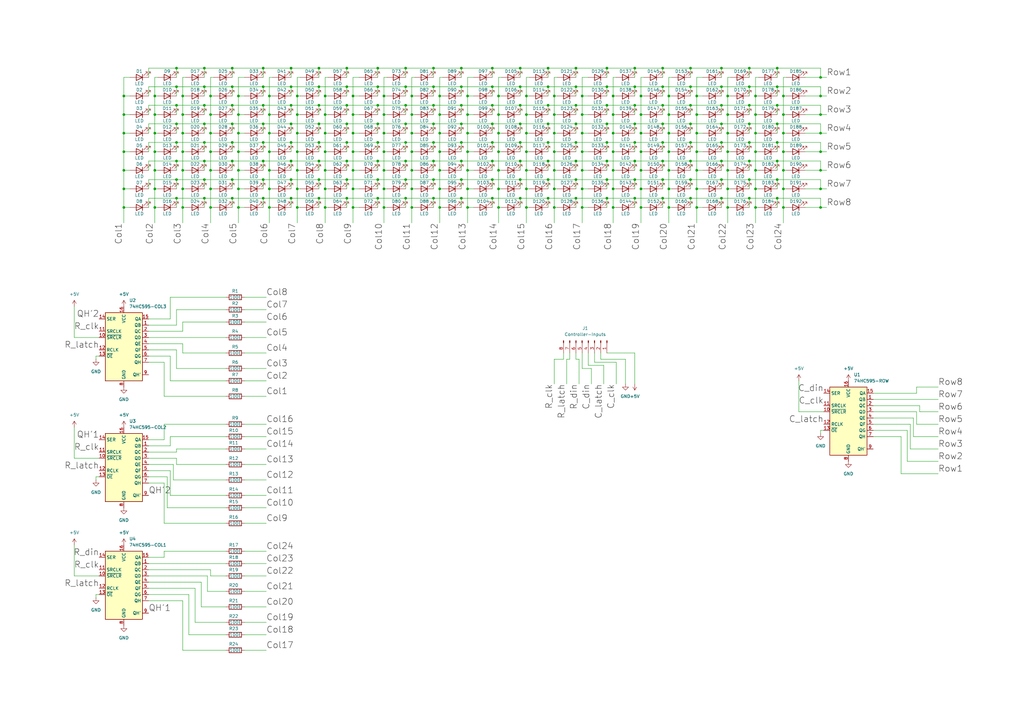
<source format=kicad_sch>
(kicad_sch (version 20230121) (generator eeschema)
  (paper "A3")
  (junction (at 189.23 66.04))
  (junction (at 168.91 85.09))
  (junction (at 321.31 39.37))
  (junction (at 295.91 81.28))
  (junction (at 201.93 35.56))
  (junction (at 236.22 27.94))
  (junction (at 110.49 62.23))
  (junction (at 86.36 54.61))
  (junction (at 295.91 27.94))
  (junction (at 285.75 85.09))
  (junction (at 224.79 50.8))
  (junction (at 72.39 35.56))
  (junction (at 260.35 73.66))
  (junction (at 95.25 73.66))
  (junction (at 168.91 69.85))
  (junction (at 238.76 54.61))
  (junction (at 201.93 27.94))
  (junction (at 121.92 39.37))
  (junction (at 63.5 54.61))
  (junction (at 227.33 54.61))
  (junction (at 95.25 58.42))
  (junction (at 63.5 39.37))
  (junction (at 248.92 50.8))
  (junction (at 336.55 46.99))
  (junction (at 248.92 73.66))
  (junction (at 189.23 58.42))
  (junction (at 298.45 39.37))
  (junction (at 130.81 73.66))
  (junction (at 204.47 69.85))
  (junction (at 204.47 39.37))
  (junction (at 157.48 62.23))
  (junction (at 110.49 77.47))
  (junction (at 83.82 27.94))
  (junction (at 142.24 35.56))
  (junction (at 271.78 27.94))
  (junction (at 262.89 62.23))
  (junction (at 295.91 73.66))
  (junction (at 201.93 81.28))
  (junction (at 260.35 66.04))
  (junction (at 154.94 81.28))
  (junction (at 213.36 35.56))
  (junction (at 189.23 43.18))
  (junction (at 309.88 62.23))
  (junction (at 154.94 35.56))
  (junction (at 336.55 31.75))
  (junction (at 74.93 54.61))
  (junction (at 133.35 39.37))
  (junction (at 107.95 35.56))
  (junction (at 142.24 58.42))
  (junction (at 283.21 58.42))
  (junction (at 227.33 69.85))
  (junction (at 97.79 85.09))
  (junction (at 133.35 46.99))
  (junction (at 97.79 77.47))
  (junction (at 168.91 39.37))
  (junction (at 309.88 39.37))
  (junction (at 97.79 69.85))
  (junction (at 215.9 39.37))
  (junction (at 321.31 46.99))
  (junction (at 157.48 46.99))
  (junction (at 50.8 62.23))
  (junction (at 86.36 62.23))
  (junction (at 63.5 62.23))
  (junction (at 295.91 58.42))
  (junction (at 248.92 43.18))
  (junction (at 274.32 54.61))
  (junction (at 309.88 54.61))
  (junction (at 295.91 66.04))
  (junction (at 213.36 58.42))
  (junction (at 262.89 39.37))
  (junction (at 166.37 50.8))
  (junction (at 63.5 85.09))
  (junction (at 168.91 46.99))
  (junction (at 177.8 66.04))
  (junction (at 295.91 43.18))
  (junction (at 119.38 58.42))
  (junction (at 133.35 85.09))
  (junction (at 130.81 35.56))
  (junction (at 177.8 58.42))
  (junction (at 189.23 50.8))
  (junction (at 321.31 85.09))
  (junction (at 224.79 35.56))
  (junction (at 251.46 54.61))
  (junction (at 166.37 73.66))
  (junction (at 86.36 85.09))
  (junction (at 204.47 77.47))
  (junction (at 157.48 69.85))
  (junction (at 238.76 77.47))
  (junction (at 321.31 77.47))
  (junction (at 309.88 46.99))
  (junction (at 121.92 54.61))
  (junction (at 157.48 85.09))
  (junction (at 83.82 81.28))
  (junction (at 283.21 73.66))
  (junction (at 285.75 39.37))
  (junction (at 271.78 50.8))
  (junction (at 201.93 73.66))
  (junction (at 50.8 54.61))
  (junction (at 309.88 77.47))
  (junction (at 321.31 69.85))
  (junction (at 204.47 54.61))
  (junction (at 309.88 85.09))
  (junction (at 177.8 50.8))
  (junction (at 236.22 73.66))
  (junction (at 283.21 27.94))
  (junction (at 321.31 62.23))
  (junction (at 336.55 69.85))
  (junction (at 74.93 85.09))
  (junction (at 191.77 77.47))
  (junction (at 271.78 58.42))
  (junction (at 110.49 54.61))
  (junction (at 213.36 27.94))
  (junction (at 224.79 73.66))
  (junction (at 121.92 85.09))
  (junction (at 72.39 27.94))
  (junction (at 227.33 46.99))
  (junction (at 121.92 62.23))
  (junction (at 251.46 77.47))
  (junction (at 180.34 77.47))
  (junction (at 142.24 27.94))
  (junction (at 107.95 73.66))
  (junction (at 107.95 81.28))
  (junction (at 189.23 35.56))
  (junction (at 142.24 66.04))
  (junction (at 274.32 69.85))
  (junction (at 168.91 54.61))
  (junction (at 307.34 27.94))
  (junction (at 224.79 58.42))
  (junction (at 83.82 66.04))
  (junction (at 63.5 77.47))
  (junction (at 227.33 39.37))
  (junction (at 295.91 35.56))
  (junction (at 321.31 54.61))
  (junction (at 238.76 85.09))
  (junction (at 133.35 69.85))
  (junction (at 130.81 58.42))
  (junction (at 236.22 66.04))
  (junction (at 283.21 35.56))
  (junction (at 271.78 66.04))
  (junction (at 204.47 62.23))
  (junction (at 144.78 69.85))
  (junction (at 83.82 35.56))
  (junction (at 298.45 69.85))
  (junction (at 248.92 35.56))
  (junction (at 166.37 66.04))
  (junction (at 95.25 35.56))
  (junction (at 154.94 27.94))
  (junction (at 260.35 27.94))
  (junction (at 72.39 43.18))
  (junction (at 262.89 46.99))
  (junction (at 262.89 69.85))
  (junction (at 248.92 66.04))
  (junction (at 83.82 43.18))
  (junction (at 274.32 77.47))
  (junction (at 144.78 54.61))
  (junction (at 307.34 66.04))
  (junction (at 215.9 62.23))
  (junction (at 97.79 39.37))
  (junction (at 142.24 50.8))
  (junction (at 121.92 46.99))
  (junction (at 215.9 54.61))
  (junction (at 157.48 39.37))
  (junction (at 318.77 58.42))
  (junction (at 298.45 62.23))
  (junction (at 107.95 66.04))
  (junction (at 260.35 81.28))
  (junction (at 154.94 58.42))
  (junction (at 142.24 81.28))
  (junction (at 189.23 27.94))
  (junction (at 191.77 69.85))
  (junction (at 144.78 46.99))
  (junction (at 110.49 39.37))
  (junction (at 110.49 85.09))
  (junction (at 119.38 81.28))
  (junction (at 227.33 62.23))
  (junction (at 271.78 35.56))
  (junction (at 260.35 58.42))
  (junction (at 72.39 58.42))
  (junction (at 285.75 62.23))
  (junction (at 189.23 81.28))
  (junction (at 177.8 35.56))
  (junction (at 215.9 69.85))
  (junction (at 63.5 46.99))
  (junction (at 213.36 81.28))
  (junction (at 285.75 69.85))
  (junction (at 86.36 77.47))
  (junction (at 307.34 43.18))
  (junction (at 298.45 54.61))
  (junction (at 318.77 81.28))
  (junction (at 213.36 50.8))
  (junction (at 191.77 54.61))
  (junction (at 119.38 73.66))
  (junction (at 50.8 39.37))
  (junction (at 168.91 77.47))
  (junction (at 318.77 43.18))
  (junction (at 72.39 81.28))
  (junction (at 97.79 46.99))
  (junction (at 201.93 58.42))
  (junction (at 142.24 73.66))
  (junction (at 318.77 27.94))
  (junction (at 309.88 69.85))
  (junction (at 166.37 35.56))
  (junction (at 74.93 62.23))
  (junction (at 86.36 39.37))
  (junction (at 121.92 77.47))
  (junction (at 213.36 43.18))
  (junction (at 154.94 43.18))
  (junction (at 166.37 43.18))
  (junction (at 144.78 77.47))
  (junction (at 130.81 81.28))
  (junction (at 271.78 81.28))
  (junction (at 191.77 46.99))
  (junction (at 166.37 58.42))
  (junction (at 180.34 69.85))
  (junction (at 307.34 73.66))
  (junction (at 121.92 69.85))
  (junction (at 318.77 35.56))
  (junction (at 72.39 66.04))
  (junction (at 213.36 66.04))
  (junction (at 130.81 43.18))
  (junction (at 177.8 73.66))
  (junction (at 213.36 73.66))
  (junction (at 180.34 54.61))
  (junction (at 224.79 66.04))
  (junction (at 50.8 69.85))
  (junction (at 295.91 50.8))
  (junction (at 285.75 54.61))
  (junction (at 204.47 46.99))
  (junction (at 107.95 50.8))
  (junction (at 274.32 85.09))
  (junction (at 119.38 66.04))
  (junction (at 201.93 50.8))
  (junction (at 50.8 77.47))
  (junction (at 133.35 62.23))
  (junction (at 318.77 73.66))
  (junction (at 133.35 77.47))
  (junction (at 215.9 46.99))
  (junction (at 336.55 39.37))
  (junction (at 236.22 58.42))
  (junction (at 191.77 85.09))
  (junction (at 95.25 81.28))
  (junction (at 236.22 81.28))
  (junction (at 307.34 81.28))
  (junction (at 271.78 73.66))
  (junction (at 307.34 35.56))
  (junction (at 74.93 39.37))
  (junction (at 133.35 54.61))
  (junction (at 107.95 43.18))
  (junction (at 177.8 81.28))
  (junction (at 83.82 50.8))
  (junction (at 336.55 62.23))
  (junction (at 74.93 77.47))
  (junction (at 274.32 62.23))
  (junction (at 142.24 43.18))
  (junction (at 119.38 50.8))
  (junction (at 285.75 46.99))
  (junction (at 336.55 54.61))
  (junction (at 157.48 77.47))
  (junction (at 130.81 50.8))
  (junction (at 180.34 85.09))
  (junction (at 318.77 66.04))
  (junction (at 260.35 35.56))
  (junction (at 248.92 27.94))
  (junction (at 177.8 27.94))
  (junction (at 224.79 81.28))
  (junction (at 50.8 85.09))
  (junction (at 72.39 50.8))
  (junction (at 191.77 62.23))
  (junction (at 154.94 50.8))
  (junction (at 224.79 43.18))
  (junction (at 97.79 54.61))
  (junction (at 298.45 85.09))
  (junction (at 95.25 50.8))
  (junction (at 336.55 77.47))
  (junction (at 180.34 39.37))
  (junction (at 271.78 43.18))
  (junction (at 204.47 85.09))
  (junction (at 227.33 85.09))
  (junction (at 260.35 43.18))
  (junction (at 283.21 66.04))
  (junction (at 262.89 85.09))
  (junction (at 215.9 77.47))
  (junction (at 236.22 43.18))
  (junction (at 224.79 27.94))
  (junction (at 236.22 50.8))
  (junction (at 298.45 46.99))
  (junction (at 83.82 58.42))
  (junction (at 177.8 43.18))
  (junction (at 189.23 73.66))
  (junction (at 168.91 62.23))
  (junction (at 251.46 46.99))
  (junction (at 248.92 58.42))
  (junction (at 83.82 73.66))
  (junction (at 95.25 27.94))
  (junction (at 307.34 50.8))
  (junction (at 86.36 46.99))
  (junction (at 107.95 27.94))
  (junction (at 144.78 62.23))
  (junction (at 238.76 39.37))
  (junction (at 130.81 27.94))
  (junction (at 227.33 77.47))
  (junction (at 238.76 69.85))
  (junction (at 154.94 73.66))
  (junction (at 119.38 35.56))
  (junction (at 251.46 62.23))
  (junction (at 95.25 66.04))
  (junction (at 191.77 39.37))
  (junction (at 50.8 46.99))
  (junction (at 130.81 66.04))
  (junction (at 74.93 46.99))
  (junction (at 283.21 81.28))
  (junction (at 283.21 43.18))
  (junction (at 248.92 81.28))
  (junction (at 97.79 62.23))
  (junction (at 251.46 69.85))
  (junction (at 238.76 62.23))
  (junction (at 144.78 85.09))
  (junction (at 318.77 50.8))
  (junction (at 283.21 50.8))
  (junction (at 262.89 54.61))
  (junction (at 180.34 62.23))
  (junction (at 251.46 39.37))
  (junction (at 251.46 85.09))
  (junction (at 63.5 69.85))
  (junction (at 336.55 85.09))
  (junction (at 274.32 46.99))
  (junction (at 236.22 35.56))
  (junction (at 119.38 43.18))
  (junction (at 166.37 81.28))
  (junction (at 298.45 77.47))
  (junction (at 215.9 85.09))
  (junction (at 307.34 58.42))
  (junction (at 86.36 69.85))
  (junction (at 201.93 66.04))
  (junction (at 166.37 27.94))
  (junction (at 95.25 43.18))
  (junction (at 274.32 39.37))
  (junction (at 107.95 58.42))
  (junction (at 119.38 27.94))
  (junction (at 262.89 77.47))
  (junction (at 285.75 77.47))
  (junction (at 74.93 69.85))
  (junction (at 144.78 39.37))
  (junction (at 180.34 46.99))
  (junction (at 110.49 69.85))
  (junction (at 238.76 46.99))
  (junction (at 157.48 54.61))
  (junction (at 72.39 73.66))
  (junction (at 110.49 46.99))
  (junction (at 260.35 50.8))
  (junction (at 201.93 43.18))
  (junction (at 154.94 66.04))
  (wire (pts (xy 83.82 27.94) (xy 95.25 27.94)))
  (wire (pts (xy 358.14 163.83) (xy 384.81 163.83)))
  (wire (pts (xy 236.22 50.8) (xy 248.92 50.8)))
  (wire (pts (xy 130.81 73.66) (xy 142.24 73.66)))
  (wire (pts (xy 201.93 73.66) (xy 201.93 77.47)))
  (wire (pts (xy 74.93 62.23) (xy 76.2 62.23)))
  (wire (pts (xy 260.35 50.8) (xy 260.35 54.61)))
  (wire (pts (xy 123.19 31.75) (xy 121.92 31.75)))
  (wire (pts (xy 67.31 148.59) (xy 67.31 162.56)))
  (wire (pts (xy 110.49 69.85) (xy 110.49 77.47)))
  (wire (pts (xy 83.82 81.28) (xy 83.82 85.09)))
  (wire (pts (xy 74.93 77.47) (xy 74.93 85.09)))
  (wire (pts (xy 63.5 62.23) (xy 63.5 69.85)))
  (wire (pts (xy 238.76 69.85) (xy 241.3 69.85)))
  (wire (pts (xy 60.96 236.22) (xy 85.09 236.22)))
  (wire (pts (xy 213.36 35.56) (xy 224.79 35.56)))
  (wire (pts (xy 213.36 81.28) (xy 213.36 85.09)))
  (wire (pts (xy 130.81 35.56) (xy 130.81 39.37)))
  (wire (pts (xy 144.78 54.61) (xy 144.78 62.23)))
  (wire (pts (xy 260.35 66.04) (xy 271.78 66.04)))
  (wire (pts (xy 110.49 62.23) (xy 110.49 69.85)))
  (wire (pts (xy 97.79 54.61) (xy 97.79 62.23)))
  (wire (pts (xy 215.9 85.09) (xy 215.9 91.44)))
  (wire (pts (xy 60.96 69.85) (xy 60.96 66.04)))
  (wire (pts (xy 191.77 77.47) (xy 194.31 77.47)))
  (wire (pts (xy 238.76 31.75) (xy 238.76 39.37)))
  (wire (pts (xy 201.93 50.8) (xy 201.93 54.61)))
  (wire (pts (xy 60.96 246.38) (xy 74.93 246.38)))
  (wire (pts (xy 262.89 69.85) (xy 262.89 77.47)))
  (wire (pts (xy 154.94 35.56) (xy 166.37 35.56)))
  (wire (pts (xy 264.16 31.75) (xy 262.89 31.75)))
  (wire (pts (xy 358.14 173.99) (xy 373.38 173.99)))
  (wire (pts (xy 274.32 69.85) (xy 275.59 69.85)))
  (wire (pts (xy 157.48 85.09) (xy 158.75 85.09)))
  (wire (pts (xy 63.5 69.85) (xy 64.77 69.85)))
  (wire (pts (xy 142.24 50.8) (xy 142.24 54.61)))
  (wire (pts (xy 72.39 58.42) (xy 72.39 62.23)))
  (wire (pts (xy 74.93 132.08) (xy 92.71 132.08)))
  (wire (pts (xy 213.36 50.8) (xy 213.36 54.61)))
  (wire (pts (xy 60.96 190.5) (xy 71.12 190.5)))
  (wire (pts (xy 262.89 62.23) (xy 264.16 62.23)))
  (wire (pts (xy 110.49 54.61) (xy 110.49 62.23)))
  (wire (pts (xy 133.35 77.47) (xy 133.35 85.09)))
  (wire (pts (xy 201.93 81.28) (xy 201.93 85.09)))
  (wire (pts (xy 180.34 46.99) (xy 181.61 46.99)))
  (wire (pts (xy 321.31 62.23) (xy 321.31 69.85)))
  (wire (pts (xy 177.8 50.8) (xy 189.23 50.8)))
  (wire (pts (xy 144.78 69.85) (xy 147.32 69.85)))
  (wire (pts (xy 74.93 85.09) (xy 74.93 91.44)))
  (wire (pts (xy 262.89 85.09) (xy 262.89 91.44)))
  (wire (pts (xy 60.96 185.42) (xy 72.39 185.42)))
  (wire (pts (xy 154.94 81.28) (xy 166.37 81.28)))
  (wire (pts (xy 83.82 66.04) (xy 83.82 69.85)))
  (wire (pts (xy 107.95 77.47) (xy 107.95 73.66)))
  (wire (pts (xy 307.34 73.66) (xy 318.77 73.66)))
  (wire (pts (xy 251.46 39.37) (xy 252.73 39.37)))
  (wire (pts (xy 295.91 81.28) (xy 307.34 81.28)))
  (wire (pts (xy 242.57 157.48) (xy 242.57 151.13)))
  (wire (pts (xy 95.25 50.8) (xy 107.95 50.8)))
  (wire (pts (xy 63.5 54.61) (xy 63.5 62.23)))
  (wire (pts (xy 144.78 31.75) (xy 144.78 39.37)))
  (wire (pts (xy 130.81 27.94) (xy 130.81 31.75)))
  (wire (pts (xy 50.8 85.09) (xy 53.34 85.09)))
  (wire (pts (xy 86.36 236.22) (xy 92.71 236.22)))
  (wire (pts (xy 271.78 58.42) (xy 271.78 62.23)))
  (wire (pts (xy 154.94 62.23) (xy 154.94 58.42)))
  (wire (pts (xy 180.34 54.61) (xy 181.61 54.61)))
  (wire (pts (xy 224.79 73.66) (xy 224.79 77.47)))
  (wire (pts (xy 100.33 190.5) (xy 109.22 190.5)))
  (wire (pts (xy 100.33 151.13) (xy 109.22 151.13)))
  (wire (pts (xy 134.62 31.75) (xy 133.35 31.75)))
  (wire (pts (xy 307.34 58.42) (xy 318.77 58.42)))
  (wire (pts (xy 39.37 243.84) (xy 40.64 243.84)))
  (wire (pts (xy 111.76 31.75) (xy 110.49 31.75)))
  (wire (pts (xy 189.23 43.18) (xy 189.23 46.99)))
  (wire (pts (xy 248.92 73.66) (xy 260.35 73.66)))
  (wire (pts (xy 271.78 35.56) (xy 283.21 35.56)))
  (wire (pts (xy 107.95 50.8) (xy 107.95 54.61)))
  (wire (pts (xy 330.2 77.47) (xy 336.55 77.47)))
  (wire (pts (xy 168.91 62.23) (xy 168.91 69.85)))
  (wire (pts (xy 274.32 62.23) (xy 274.32 69.85)))
  (wire (pts (xy 133.35 54.61) (xy 134.62 54.61)))
  (wire (pts (xy 177.8 35.56) (xy 177.8 39.37)))
  (wire (pts (xy 283.21 73.66) (xy 283.21 77.47)))
  (wire (pts (xy 260.35 66.04) (xy 260.35 69.85)))
  (wire (pts (xy 285.75 39.37) (xy 285.75 46.99)))
  (wire (pts (xy 97.79 77.47) (xy 100.33 77.47)))
  (wire (pts (xy 336.55 73.66) (xy 336.55 77.47)))
  (wire (pts (xy 318.77 43.18) (xy 336.55 43.18)))
  (wire (pts (xy 180.34 46.99) (xy 180.34 54.61)))
  (wire (pts (xy 309.88 77.47) (xy 311.15 77.47)))
  (wire (pts (xy 60.96 243.84) (xy 77.47 243.84)))
  (wire (pts (xy 95.25 66.04) (xy 107.95 66.04)))
  (wire (pts (xy 166.37 81.28) (xy 177.8 81.28)))
  (wire (pts (xy 298.45 46.99) (xy 299.72 46.99)))
  (wire (pts (xy 285.75 62.23) (xy 285.75 69.85)))
  (wire (pts (xy 142.24 81.28) (xy 154.94 81.28)))
  (wire (pts (xy 30.48 223.52) (xy 30.48 236.22)))
  (wire (pts (xy 74.93 46.99) (xy 74.93 54.61)))
  (wire (pts (xy 201.93 73.66) (xy 213.36 73.66)))
  (wire (pts (xy 227.33 77.47) (xy 228.6 77.47)))
  (wire (pts (xy 107.95 35.56) (xy 107.95 39.37)))
  (wire (pts (xy 242.57 151.13) (xy 238.76 151.13)))
  (wire (pts (xy 201.93 58.42) (xy 201.93 62.23)))
  (wire (pts (xy 260.35 81.28) (xy 271.78 81.28)))
  (wire (pts (xy 283.21 35.56) (xy 295.91 35.56)))
  (wire (pts (xy 97.79 46.99) (xy 97.79 54.61)))
  (wire (pts (xy 215.9 69.85) (xy 217.17 69.85)))
  (wire (pts (xy 241.3 149.86) (xy 241.3 144.78)))
  (wire (pts (xy 295.91 35.56) (xy 307.34 35.56)))
  (wire (pts (xy 130.81 66.04) (xy 142.24 66.04)))
  (wire (pts (xy 83.82 35.56) (xy 95.25 35.56)))
  (wire (pts (xy 60.96 62.23) (xy 60.96 58.42)))
  (wire (pts (xy 233.68 147.32) (xy 233.68 144.78)))
  (wire (pts (xy 83.82 66.04) (xy 95.25 66.04)))
  (wire (pts (xy 307.34 35.56) (xy 307.34 39.37)))
  (wire (pts (xy 86.36 69.85) (xy 86.36 77.47)))
  (wire (pts (xy 180.34 54.61) (xy 180.34 62.23)))
  (wire (pts (xy 168.91 69.85) (xy 168.91 77.47)))
  (wire (pts (xy 309.88 31.75) (xy 309.88 39.37)))
  (wire (pts (xy 168.91 85.09) (xy 170.18 85.09)))
  (wire (pts (xy 238.76 62.23) (xy 241.3 62.23)))
  (wire (pts (xy 121.92 77.47) (xy 123.19 77.47)))
  (wire (pts (xy 168.91 39.37) (xy 168.91 46.99)))
  (wire (pts (xy 251.46 62.23) (xy 252.73 62.23)))
  (wire (pts (xy 189.23 27.94) (xy 201.93 27.94)))
  (wire (pts (xy 271.78 43.18) (xy 271.78 46.99)))
  (wire (pts (xy 133.35 39.37) (xy 134.62 39.37)))
  (wire (pts (xy 110.49 85.09) (xy 111.76 85.09)))
  (wire (pts (xy 100.33 255.27) (xy 109.22 255.27)))
  (wire (pts (xy 321.31 85.09) (xy 321.31 91.44)))
  (wire (pts (xy 271.78 27.94) (xy 271.78 31.75)))
  (wire (pts (xy 130.81 35.56) (xy 142.24 35.56)))
  (wire (pts (xy 168.91 85.09) (xy 168.91 91.44)))
  (wire (pts (xy 63.5 77.47) (xy 63.5 85.09)))
  (wire (pts (xy 213.36 27.94) (xy 213.36 31.75)))
  (wire (pts (xy 121.92 85.09) (xy 123.19 85.09)))
  (wire (pts (xy 321.31 62.23) (xy 322.58 62.23)))
  (wire (pts (xy 215.9 62.23) (xy 215.9 69.85)))
  (wire (pts (xy 201.93 35.56) (xy 213.36 35.56)))
  (wire (pts (xy 227.33 54.61) (xy 228.6 54.61)))
  (wire (pts (xy 204.47 39.37) (xy 205.74 39.37)))
  (wire (pts (xy 213.36 50.8) (xy 224.79 50.8)))
  (wire (pts (xy 321.31 77.47) (xy 322.58 77.47)))
  (wire (pts (xy 86.36 31.75) (xy 86.36 39.37)))
  (wire (pts (xy 95.25 31.75) (xy 95.25 27.94)))
  (wire (pts (xy 318.77 66.04) (xy 336.55 66.04)))
  (wire (pts (xy 144.78 39.37) (xy 147.32 39.37)))
  (wire (pts (xy 119.38 81.28) (xy 130.81 81.28)))
  (wire (pts (xy 142.24 35.56) (xy 154.94 35.56)))
  (wire (pts (xy 215.9 46.99) (xy 217.17 46.99)))
  (wire (pts (xy 83.82 50.8) (xy 83.82 54.61)))
  (wire (pts (xy 248.92 81.28) (xy 260.35 81.28)))
  (wire (pts (xy 60.96 73.66) (xy 72.39 73.66)))
  (wire (pts (xy 100.33 179.07) (xy 109.22 179.07)))
  (wire (pts (xy 60.96 195.58) (xy 68.58 195.58)))
  (wire (pts (xy 271.78 50.8) (xy 283.21 50.8)))
  (wire (pts (xy 168.91 77.47) (xy 168.91 85.09)))
  (wire (pts (xy 60.96 130.81) (xy 69.85 130.81)))
  (wire (pts (xy 251.46 46.99) (xy 251.46 54.61)))
  (wire (pts (xy 309.88 85.09) (xy 311.15 85.09)))
  (wire (pts (xy 213.36 73.66) (xy 224.79 73.66)))
  (wire (pts (xy 285.75 85.09) (xy 285.75 91.44)))
  (wire (pts (xy 248.92 35.56) (xy 248.92 39.37)))
  (wire (pts (xy 157.48 62.23) (xy 158.75 62.23)))
  (wire (pts (xy 154.94 35.56) (xy 154.94 39.37)))
  (wire (pts (xy 121.92 31.75) (xy 121.92 39.37)))
  (wire (pts (xy 154.94 27.94) (xy 166.37 27.94)))
  (wire (pts (xy 336.55 43.18) (xy 336.55 46.99)))
  (wire (pts (xy 309.88 46.99) (xy 311.15 46.99)))
  (wire (pts (xy 285.75 85.09) (xy 288.29 85.09)))
  (wire (pts (xy 130.81 50.8) (xy 142.24 50.8)))
  (wire (pts (xy 256.54 147.32) (xy 256.54 157.48)))
  (wire (pts (xy 107.95 66.04) (xy 119.38 66.04)))
  (wire (pts (xy 100.33 236.22) (xy 109.22 236.22)))
  (wire (pts (xy 213.36 81.28) (xy 224.79 81.28)))
  (wire (pts (xy 377.19 166.37) (xy 377.19 168.91)))
  (wire (pts (xy 180.34 69.85) (xy 180.34 77.47)))
  (wire (pts (xy 166.37 35.56) (xy 177.8 35.56)))
  (wire (pts (xy 307.34 27.94) (xy 307.34 31.75)))
  (wire (pts (xy 191.77 85.09) (xy 191.77 91.44)))
  (wire (pts (xy 154.94 73.66) (xy 166.37 73.66)))
  (wire (pts (xy 189.23 66.04) (xy 189.23 69.85)))
  (wire (pts (xy 166.37 81.28) (xy 166.37 85.09)))
  (wire (pts (xy 157.48 69.85) (xy 158.75 69.85)))
  (wire (pts (xy 97.79 39.37) (xy 100.33 39.37)))
  (wire (pts (xy 74.93 77.47) (xy 76.2 77.47)))
  (wire (pts (xy 318.77 27.94) (xy 336.55 27.94)))
  (wire (pts (xy 85.09 236.22) (xy 85.09 242.57)))
  (wire (pts (xy 224.79 35.56) (xy 224.79 39.37)))
  (wire (pts (xy 95.25 35.56) (xy 107.95 35.56)))
  (wire (pts (xy 133.35 85.09) (xy 133.35 91.44)))
  (wire (pts (xy 191.77 31.75) (xy 191.77 39.37)))
  (wire (pts (xy 262.89 46.99) (xy 264.16 46.99)))
  (wire (pts (xy 180.34 85.09) (xy 181.61 85.09)))
  (wire (pts (xy 39.37 245.11) (xy 39.37 243.84)))
  (wire (pts (xy 119.38 50.8) (xy 130.81 50.8)))
  (wire (pts (xy 251.46 69.85) (xy 252.73 69.85)))
  (wire (pts (xy 177.8 81.28) (xy 177.8 85.09)))
  (wire (pts (xy 227.33 46.99) (xy 228.6 46.99)))
  (wire (pts (xy 121.92 46.99) (xy 123.19 46.99)))
  (wire (pts (xy 271.78 73.66) (xy 271.78 77.47)))
  (wire (pts (xy 69.85 193.04) (xy 69.85 203.2)))
  (wire (pts (xy 60.96 27.94) (xy 72.39 27.94)))
  (wire (pts (xy 72.39 185.42) (xy 72.39 184.15)))
  (wire (pts (xy 227.33 39.37) (xy 228.6 39.37)))
  (wire (pts (xy 224.79 66.04) (xy 236.22 66.04)))
  (wire (pts (xy 232.41 147.32) (xy 233.68 147.32)))
  (wire (pts (xy 50.8 46.99) (xy 53.34 46.99)))
  (wire (pts (xy 274.32 69.85) (xy 274.32 77.47)))
  (wire (pts (xy 119.38 58.42) (xy 130.81 58.42)))
  (wire (pts (xy 72.39 81.28) (xy 72.39 85.09)))
  (wire (pts (xy 260.35 43.18) (xy 260.35 46.99)))
  (wire (pts (xy 189.23 50.8) (xy 189.23 54.61)))
  (wire (pts (xy 158.75 31.75) (xy 157.48 31.75)))
  (wire (pts (xy 142.24 50.8) (xy 154.94 50.8)))
  (wire (pts (xy 274.32 46.99) (xy 274.32 54.61)))
  (wire (pts (xy 60.96 85.09) (xy 60.96 81.28)))
  (wire (pts (xy 50.8 62.23) (xy 53.34 62.23)))
  (wire (pts (xy 336.55 77.47) (xy 339.09 77.47)))
  (wire (pts (xy 50.8 54.61) (xy 53.34 54.61)))
  (wire (pts (xy 309.88 54.61) (xy 311.15 54.61)))
  (wire (pts (xy 71.12 190.5) (xy 71.12 196.85)))
  (wire (pts (xy 110.49 85.09) (xy 110.49 91.44)))
  (wire (pts (xy 107.95 35.56) (xy 119.38 35.56)))
  (wire (pts (xy 74.93 54.61) (xy 76.2 54.61)))
  (wire (pts (xy 157.48 31.75) (xy 157.48 39.37)))
  (wire (pts (xy 224.79 58.42) (xy 224.79 62.23)))
  (wire (pts (xy 215.9 62.23) (xy 217.17 62.23)))
  (wire (pts (xy 307.34 81.28) (xy 307.34 85.09)))
  (wire (pts (xy 60.96 198.12) (xy 67.31 198.12)))
  (wire (pts (xy 236.22 27.94) (xy 236.22 31.75)))
  (wire (pts (xy 374.65 179.07) (xy 384.81 179.07)))
  (wire (pts (xy 307.34 62.23) (xy 307.34 58.42)))
  (wire (pts (xy 330.2 69.85) (xy 336.55 69.85)))
  (wire (pts (xy 74.93 31.75) (xy 74.93 39.37)))
  (wire (pts (xy 321.31 54.61) (xy 321.31 62.23)))
  (wire (pts (xy 227.33 46.99) (xy 227.33 54.61)))
  (wire (pts (xy 358.14 168.91) (xy 375.92 168.91)))
  (wire (pts (xy 260.35 73.66) (xy 260.35 77.47)))
  (wire (pts (xy 119.38 43.18) (xy 130.81 43.18)))
  (wire (pts (xy 100.33 231.14) (xy 109.22 231.14)))
  (wire (pts (xy 191.77 46.99) (xy 194.31 46.99)))
  (wire (pts (xy 321.31 77.47) (xy 321.31 85.09)))
  (wire (pts (xy 60.96 133.35) (xy 72.39 133.35)))
  (wire (pts (xy 97.79 39.37) (xy 97.79 46.99)))
  (wire (pts (xy 288.29 31.75) (xy 285.75 31.75)))
  (wire (pts (xy 107.95 73.66) (xy 119.38 73.66)))
  (wire (pts (xy 72.39 50.8) (xy 83.82 50.8)))
  (wire (pts (xy 157.48 39.37) (xy 158.75 39.37)))
  (wire (pts (xy 336.55 177.8) (xy 336.55 176.53)))
  (wire (pts (xy 121.92 85.09) (xy 121.92 91.44)))
  (wire (pts (xy 243.84 148.59) (xy 243.84 144.78)))
  (wire (pts (xy 260.35 35.56) (xy 271.78 35.56)))
  (wire (pts (xy 213.36 43.18) (xy 224.79 43.18)))
  (wire (pts (xy 298.45 62.23) (xy 299.72 62.23)))
  (wire (pts (xy 144.78 46.99) (xy 147.32 46.99)))
  (wire (pts (xy 39.37 195.58) (xy 40.64 195.58)))
  (wire (pts (xy 307.34 81.28) (xy 318.77 81.28)))
  (wire (pts (xy 168.91 62.23) (xy 170.18 62.23)))
  (wire (pts (xy 246.38 144.78) (xy 246.38 147.32)))
  (wire (pts (xy 100.33 196.85) (xy 109.22 196.85)))
  (wire (pts (xy 83.82 50.8) (xy 95.25 50.8)))
  (wire (pts (xy 204.47 46.99) (xy 205.74 46.99)))
  (wire (pts (xy 100.33 121.92) (xy 109.22 121.92)))
  (wire (pts (xy 72.39 127) (xy 92.71 127)))
  (wire (pts (xy 60.96 148.59) (xy 67.31 148.59)))
  (wire (pts (xy 262.89 39.37) (xy 264.16 39.37)))
  (wire (pts (xy 71.12 196.85) (xy 92.71 196.85)))
  (wire (pts (xy 166.37 43.18) (xy 177.8 43.18)))
  (wire (pts (xy 110.49 46.99) (xy 111.76 46.99)))
  (wire (pts (xy 251.46 31.75) (xy 251.46 39.37)))
  (wire (pts (xy 142.24 58.42) (xy 154.94 58.42)))
  (wire (pts (xy 130.81 43.18) (xy 130.81 46.99)))
  (wire (pts (xy 224.79 27.94) (xy 236.22 27.94)))
  (wire (pts (xy 307.34 50.8) (xy 307.34 54.61)))
  (wire (pts (xy 180.34 31.75) (xy 180.34 39.37)))
  (wire (pts (xy 74.93 246.38) (xy 74.93 266.7)))
  (wire (pts (xy 74.93 69.85) (xy 74.93 77.47)))
  (wire (pts (xy 107.95 43.18) (xy 107.95 46.99)))
  (wire (pts (xy 168.91 54.61) (xy 170.18 54.61)))
  (wire (pts (xy 236.22 35.56) (xy 236.22 39.37)))
  (wire (pts (xy 67.31 226.06) (xy 92.71 226.06)))
  (wire (pts (xy 321.31 46.99) (xy 322.58 46.99)))
  (wire (pts (xy 224.79 43.18) (xy 236.22 43.18)))
  (wire (pts (xy 285.75 69.85) (xy 288.29 69.85)))
  (wire (pts (xy 86.36 54.61) (xy 87.63 54.61)))
  (wire (pts (xy 133.35 46.99) (xy 133.35 54.61)))
  (wire (pts (xy 181.61 31.75) (xy 180.34 31.75)))
  (wire (pts (xy 260.35 144.78) (xy 260.35 157.48)))
  (wire (pts (xy 224.79 50.8) (xy 224.79 54.61)))
  (wire (pts (xy 283.21 50.8) (xy 295.91 50.8)))
  (wire (pts (xy 168.91 46.99) (xy 168.91 54.61)))
  (wire (pts (xy 110.49 39.37) (xy 111.76 39.37)))
  (wire (pts (xy 271.78 58.42) (xy 283.21 58.42)))
  (wire (pts (xy 295.91 58.42) (xy 307.34 58.42)))
  (wire (pts (xy 95.25 58.42) (xy 107.95 58.42)))
  (wire (pts (xy 215.9 31.75) (xy 215.9 39.37)))
  (wire (pts (xy 283.21 66.04) (xy 283.21 69.85)))
  (wire (pts (xy 251.46 62.23) (xy 251.46 69.85)))
  (wire (pts (xy 271.78 73.66) (xy 283.21 73.66)))
  (wire (pts (xy 213.36 35.56) (xy 213.36 39.37)))
  (wire (pts (xy 74.93 85.09) (xy 76.2 85.09)))
  (wire (pts (xy 321.31 54.61) (xy 322.58 54.61)))
  (wire (pts (xy 283.21 85.09) (xy 283.21 81.28)))
  (wire (pts (xy 60.96 54.61) (xy 60.96 50.8)))
  (wire (pts (xy 248.92 27.94) (xy 260.35 27.94)))
  (wire (pts (xy 248.92 66.04) (xy 260.35 66.04)))
  (wire (pts (xy 238.76 151.13) (xy 238.76 144.78)))
  (wire (pts (xy 213.36 58.42) (xy 224.79 58.42)))
  (wire (pts (xy 204.47 69.85) (xy 204.47 77.47)))
  (wire (pts (xy 119.38 27.94) (xy 130.81 27.94)))
  (wire (pts (xy 72.39 184.15) (xy 92.71 184.15)))
  (wire (pts (xy 336.55 54.61) (xy 339.09 54.61)))
  (wire (pts (xy 283.21 27.94) (xy 283.21 31.75)))
  (wire (pts (xy 201.93 27.94) (xy 213.36 27.94)))
  (wire (pts (xy 194.31 31.75) (xy 191.77 31.75)))
  (wire (pts (xy 67.31 180.34) (xy 67.31 173.99)))
  (wire (pts (xy 60.96 140.97) (xy 74.93 140.97)))
  (wire (pts (xy 215.9 77.47) (xy 215.9 85.09)))
  (wire (pts (xy 83.82 58.42) (xy 83.82 62.23)))
  (wire (pts (xy 204.47 54.61) (xy 205.74 54.61)))
  (wire (pts (xy 262.89 77.47) (xy 262.89 85.09)))
  (wire (pts (xy 86.36 39.37) (xy 87.63 39.37)))
  (wire (pts (xy 154.94 43.18) (xy 154.94 46.99)))
  (wire (pts (xy 74.93 135.89) (xy 74.93 132.08)))
  (wire (pts (xy 177.8 66.04) (xy 177.8 69.85)))
  (wire (pts (xy 60.96 233.68) (xy 86.36 233.68)))
  (wire (pts (xy 248.92 81.28) (xy 248.92 85.09)))
  (wire (pts (xy 318.77 66.04) (xy 318.77 69.85)))
  (wire (pts (xy 248.92 144.78) (xy 260.35 144.78)))
  (wire (pts (xy 154.94 58.42) (xy 166.37 58.42)))
  (wire (pts (xy 236.22 50.8) (xy 236.22 54.61)))
  (wire (pts (xy 86.36 46.99) (xy 86.36 54.61)))
  (wire (pts (xy 252.73 148.59) (xy 243.84 148.59)))
  (wire (pts (xy 248.92 58.42) (xy 248.92 62.23)))
  (wire (pts (xy 166.37 50.8) (xy 177.8 50.8)))
  (wire (pts (xy 204.47 77.47) (xy 205.74 77.47)))
  (wire (pts (xy 72.39 133.35) (xy 72.39 127)))
  (wire (pts (xy 177.8 35.56) (xy 189.23 35.56)))
  (wire (pts (xy 358.14 166.37) (xy 377.19 166.37)))
  (wire (pts (xy 60.96 50.8) (xy 72.39 50.8)))
  (wire (pts (xy 121.92 62.23) (xy 123.19 62.23)))
  (wire (pts (xy 191.77 39.37) (xy 191.77 46.99)))
  (wire (pts (xy 224.79 73.66) (xy 236.22 73.66)))
  (wire (pts (xy 336.55 35.56) (xy 336.55 39.37)))
  (wire (pts (xy 74.93 266.7) (xy 92.71 266.7)))
  (wire (pts (xy 166.37 73.66) (xy 177.8 73.66)))
  (wire (pts (xy 330.2 62.23) (xy 336.55 62.23)))
  (wire (pts (xy 237.49 157.48) (xy 237.49 147.32)))
  (wire (pts (xy 83.82 73.66) (xy 83.82 77.47)))
  (wire (pts (xy 260.35 43.18) (xy 271.78 43.18)))
  (wire (pts (xy 69.85 179.07) (xy 92.71 179.07)))
  (wire (pts (xy 285.75 54.61) (xy 288.29 54.61)))
  (wire (pts (xy 30.48 138.43) (xy 40.64 138.43)))
  (wire (pts (xy 189.23 35.56) (xy 201.93 35.56)))
  (wire (pts (xy 130.81 58.42) (xy 130.81 62.23)))
  (wire (pts (xy 215.9 54.61) (xy 215.9 62.23)))
  (wire (pts (xy 311.15 31.75) (xy 309.88 31.75)))
  (wire (pts (xy 327.66 168.91) (xy 337.82 168.91)))
  (wire (pts (xy 154.94 31.75) (xy 154.94 27.94)))
  (wire (pts (xy 205.74 31.75) (xy 204.47 31.75)))
  (wire (pts (xy 87.63 31.75) (xy 86.36 31.75)))
  (wire (pts (xy 67.31 214.63) (xy 92.71 214.63)))
  (wire (pts (xy 85.09 242.57) (xy 92.71 242.57)))
  (wire (pts (xy 72.39 27.94) (xy 83.82 27.94)))
  (wire (pts (xy 299.72 31.75) (xy 298.45 31.75)))
  (wire (pts (xy 121.92 46.99) (xy 121.92 54.61)))
  (wire (pts (xy 60.96 31.75) (xy 60.96 27.94)))
  (wire (pts (xy 204.47 62.23) (xy 204.47 69.85)))
  (wire (pts (xy 154.94 69.85) (xy 154.94 66.04)))
  (wire (pts (xy 154.94 73.66) (xy 154.94 77.47)))
  (wire (pts (xy 107.95 66.04) (xy 107.95 69.85)))
  (wire (pts (xy 251.46 54.61) (xy 252.73 54.61)))
  (wire (pts (xy 191.77 39.37) (xy 194.31 39.37)))
  (wire (pts (xy 321.31 31.75) (xy 321.31 39.37)))
  (wire (pts (xy 63.5 85.09) (xy 63.5 91.44)))
  (wire (pts (xy 224.79 50.8) (xy 236.22 50.8)))
  (wire (pts (xy 215.9 69.85) (xy 215.9 77.47)))
  (wire (pts (xy 50.8 39.37) (xy 50.8 46.99)))
  (wire (pts (xy 50.8 46.99) (xy 50.8 54.61)))
  (wire (pts (xy 63.5 54.61) (xy 64.77 54.61)))
  (wire (pts (xy 100.33 203.2) (xy 109.22 203.2)))
  (wire (pts (xy 133.35 54.61) (xy 133.35 62.23)))
  (wire (pts (xy 336.55 58.42) (xy 336.55 62.23)))
  (wire (pts (xy 238.76 62.23) (xy 238.76 69.85)))
  (wire (pts (xy 358.14 179.07) (xy 369.57 179.07)))
  (wire (pts (xy 133.35 77.47) (xy 134.62 77.47)))
  (wire (pts (xy 189.23 58.42) (xy 201.93 58.42)))
  (wire (pts (xy 285.75 39.37) (xy 288.29 39.37)))
  (wire (pts (xy 142.24 27.94) (xy 154.94 27.94)))
  (wire (pts (xy 238.76 54.61) (xy 241.3 54.61)))
  (wire (pts (xy 68.58 195.58) (xy 68.58 208.28)))
  (wire (pts (xy 157.48 69.85) (xy 157.48 77.47)))
  (wire (pts (xy 60.96 77.47) (xy 60.96 73.66)))
  (wire (pts (xy 83.82 35.56) (xy 83.82 39.37)))
  (wire (pts (xy 189.23 73.66) (xy 201.93 73.66)))
  (wire (pts (xy 274.32 39.37) (xy 275.59 39.37)))
  (wire (pts (xy 227.33 147.32) (xy 231.14 147.32)))
  (wire (pts (xy 236.22 35.56) (xy 248.92 35.56)))
  (wire (pts (xy 177.8 73.66) (xy 177.8 77.47)))
  (wire (pts (xy 236.22 58.42) (xy 248.92 58.42)))
  (wire (pts (xy 142.24 66.04) (xy 142.24 69.85)))
  (wire (pts (xy 168.91 54.61) (xy 168.91 62.23)))
  (wire (pts (xy 121.92 54.61) (xy 123.19 54.61)))
  (wire (pts (xy 307.34 66.04) (xy 318.77 66.04)))
  (wire (pts (xy 236.22 81.28) (xy 236.22 85.09)))
  (wire (pts (xy 133.35 62.23) (xy 133.35 69.85)))
  (wire (pts (xy 271.78 81.28) (xy 283.21 81.28)))
  (wire (pts (xy 295.91 66.04) (xy 307.34 66.04)))
  (wire (pts (xy 100.33 31.75) (xy 97.79 31.75)))
  (wire (pts (xy 298.45 54.61) (xy 298.45 62.23)))
  (wire (pts (xy 97.79 46.99) (xy 100.33 46.99)))
  (wire (pts (xy 251.46 39.37) (xy 251.46 46.99)))
  (wire (pts (xy 177.8 27.94) (xy 189.23 27.94)))
  (wire (pts (xy 298.45 85.09) (xy 298.45 91.44)))
  (wire (pts (xy 321.31 39.37) (xy 322.58 39.37)))
  (wire (pts (xy 110.49 77.47) (xy 110.49 85.09)))
  (wire (pts (xy 50.8 54.61) (xy 50.8 62.23)))
  (wire (pts (xy 60.96 228.6) (xy 67.31 228.6)))
  (wire (pts (xy 50.8 77.47) (xy 50.8 85.09)))
  (wire (pts (xy 147.32 31.75) (xy 144.78 31.75)))
  (wire (pts (xy 260.35 73.66) (xy 271.78 73.66)))
  (wire (pts (xy 110.49 62.23) (xy 111.76 62.23)))
  (wire (pts (xy 100.33 173.99) (xy 109.22 173.99)))
  (wire (pts (xy 246.38 147.32) (xy 256.54 147.32)))
  (wire (pts (xy 83.82 43.18) (xy 83.82 46.99)))
  (wire (pts (xy 107.95 50.8) (xy 119.38 50.8)))
  (wire (pts (xy 100.33 156.21) (xy 109.22 156.21)))
  (wire (pts (xy 72.39 81.28) (xy 83.82 81.28)))
  (wire (pts (xy 142.24 81.28) (xy 142.24 85.09)))
  (wire (pts (xy 201.93 27.94) (xy 201.93 31.75)))
  (wire (pts (xy 283.21 35.56) (xy 283.21 39.37)))
  (wire (pts (xy 375.92 168.91) (xy 375.92 173.99)))
  (wire (pts (xy 157.48 54.61) (xy 158.75 54.61)))
  (wire (pts (xy 119.38 73.66) (xy 119.38 77.47)))
  (wire (pts (xy 80.01 241.3) (xy 80.01 255.27)))
  (wire (pts (xy 372.11 189.23) (xy 384.81 189.23)))
  (wire (pts (xy 100.33 184.15) (xy 109.22 184.15)))
  (wire (pts (xy 375.92 161.29) (xy 375.92 158.75)))
  (wire (pts (xy 336.55 66.04) (xy 336.55 69.85)))
  (wire (pts (xy 248.92 35.56) (xy 260.35 35.56)))
  (wire (pts (xy 318.77 81.28) (xy 318.77 85.09)))
  (wire (pts (xy 107.95 27.94) (xy 119.38 27.94)))
  (wire (pts (xy 227.33 85.09) (xy 228.6 85.09)))
  (wire (pts (xy 142.24 39.37) (xy 142.24 35.56)))
  (wire (pts (xy 60.96 241.3) (xy 80.01 241.3)))
  (wire (pts (xy 295.91 43.18) (xy 307.34 43.18)))
  (wire (pts (xy 53.34 31.75) (xy 50.8 31.75)))
  (wire (pts (xy 204.47 85.09) (xy 205.74 85.09)))
  (wire (pts (xy 251.46 54.61) (xy 251.46 62.23)))
  (wire (pts (xy 262.89 46.99) (xy 262.89 54.61)))
  (wire (pts (xy 130.81 66.04) (xy 130.81 69.85)))
  (wire (pts (xy 83.82 27.94) (xy 83.82 31.75)))
  (wire (pts (xy 95.25 81.28) (xy 95.25 85.09)))
  (wire (pts (xy 74.93 69.85) (xy 76.2 69.85)))
  (wire (pts (xy 86.36 46.99) (xy 87.63 46.99)))
  (wire (pts (xy 224.79 27.94) (xy 224.79 31.75)))
  (wire (pts (xy 309.88 69.85) (xy 311.15 69.85)))
  (wire (pts (xy 86.36 85.09) (xy 86.36 91.44)))
  (wire (pts (xy 238.76 39.37) (xy 238.76 46.99)))
  (wire (pts (xy 110.49 46.99) (xy 110.49 54.61)))
  (wire (pts (xy 191.77 85.09) (xy 194.31 85.09)))
  (wire (pts (xy 144.78 62.23) (xy 147.32 62.23)))
  (wire (pts (xy 274.32 85.09) (xy 274.32 91.44)))
  (wire (pts (xy 63.5 31.75) (xy 63.5 39.37)))
  (wire (pts (xy 121.92 69.85) (xy 123.19 69.85)))
  (wire (pts (xy 166.37 35.56) (xy 166.37 39.37)))
  (wire (pts (xy 166.37 50.8) (xy 166.37 54.61)))
  (wire (pts (xy 204.47 85.09) (xy 204.47 91.44)))
  (wire (pts (xy 100.33 226.06) (xy 109.22 226.06)))
  (wire (pts (xy 204.47 77.47) (xy 204.47 85.09)))
  (wire (pts (xy 204.47 39.37) (xy 204.47 46.99)))
  (wire (pts (xy 271.78 81.28) (xy 271.78 85.09)))
  (wire (pts (xy 67.31 173.99) (xy 92.71 173.99)))
  (wire (pts (xy 274.32 62.23) (xy 275.59 62.23)))
  (wire (pts (xy 72.39 39.37) (xy 72.39 35.56)))
  (wire (pts (xy 50.8 77.47) (xy 53.34 77.47)))
  (wire (pts (xy 72.39 190.5) (xy 92.71 190.5)))
  (wire (pts (xy 232.41 157.48) (xy 232.41 147.32)))
  (wire (pts (xy 238.76 85.09) (xy 238.76 91.44)))
  (wire (pts (xy 204.47 46.99) (xy 204.47 54.61)))
  (wire (pts (xy 97.79 62.23) (xy 97.79 69.85)))
  (wire (pts (xy 336.55 69.85) (xy 339.09 69.85)))
  (wire (pts (xy 283.21 81.28) (xy 295.91 81.28)))
  (wire (pts (xy 251.46 69.85) (xy 251.46 77.47)))
  (wire (pts (xy 86.36 62.23) (xy 86.36 69.85)))
  (wire (pts (xy 224.79 81.28) (xy 236.22 81.28)))
  (wire (pts (xy 236.22 73.66) (xy 248.92 73.66)))
  (wire (pts (xy 238.76 46.99) (xy 238.76 54.61)))
  (wire (pts (xy 295.91 73.66) (xy 295.91 77.47)))
  (wire (pts (xy 83.82 73.66) (xy 95.25 73.66)))
  (wire (pts (xy 295.91 27.94) (xy 295.91 31.75)))
  (wire (pts (xy 166.37 27.94) (xy 166.37 31.75)))
  (wire (pts (xy 373.38 184.15) (xy 384.81 184.15)))
  (wire (pts (xy 227.33 69.85) (xy 228.6 69.85)))
  (wire (pts (xy 274.32 31.75) (xy 274.32 39.37)))
  (wire (pts (xy 295.91 66.04) (xy 295.91 69.85)))
  (wire (pts (xy 60.96 43.18) (xy 72.39 43.18)))
  (wire (pts (xy 238.76 69.85) (xy 238.76 77.47)))
  (wire (pts (xy 72.39 43.18) (xy 83.82 43.18)))
  (wire (pts (xy 227.33 77.47) (xy 227.33 85.09)))
  (wire (pts (xy 144.78 85.09) (xy 147.32 85.09)))
  (wire (pts (xy 201.93 81.28) (xy 213.36 81.28)))
  (wire (pts (xy 144.78 85.09) (xy 144.78 91.44)))
  (wire (pts (xy 180.34 39.37) (xy 181.61 39.37)))
  (wire (pts (xy 95.25 73.66) (xy 107.95 73.66)))
  (wire (pts (xy 283.21 58.42) (xy 283.21 62.23)))
  (wire (pts (xy 248.92 69.85) (xy 248.92 66.04)))
  (wire (pts (xy 236.22 46.99) (xy 236.22 43.18)))
  (wire (pts (xy 63.5 46.99) (xy 64.77 46.99)))
  (wire (pts (xy 72.39 151.13) (xy 92.71 151.13)))
  (wire (pts (xy 121.92 39.37) (xy 123.19 39.37)))
  (wire (pts (xy 307.34 43.18) (xy 318.77 43.18)))
  (wire (pts (xy 86.36 62.23) (xy 87.63 62.23)))
  (wire (pts (xy 336.55 176.53) (xy 337.82 176.53)))
  (wire (pts (xy 130.81 43.18) (xy 142.24 43.18)))
  (wire (pts (xy 336.55 50.8) (xy 336.55 54.61)))
  (wire (pts (xy 72.39 31.75) (xy 72.39 27.94)))
  (wire (pts (xy 285.75 69.85) (xy 285.75 77.47)))
  (wire (pts (xy 298.45 69.85) (xy 299.72 69.85)))
  (wire (pts (xy 274.32 85.09) (xy 275.59 85.09)))
  (wire (pts (xy 236.22 27.94) (xy 248.92 27.94)))
  (wire (pts (xy 298.45 39.37) (xy 299.72 39.37)))
  (wire (pts (xy 110.49 54.61) (xy 111.76 54.61)))
  (wire (pts (xy 60.96 66.04) (xy 72.39 66.04)))
  (wire (pts (xy 166.37 27.94) (xy 177.8 27.94)))
  (wire (pts (xy 248.92 27.94) (xy 248.92 31.75)))
  (wire (pts (xy 95.25 50.8) (xy 95.25 54.61)))
  (wire (pts (xy 72.39 187.96) (xy 72.39 190.5)))
  (wire (pts (xy 247.65 149.86) (xy 241.3 149.86)))
  (wire (pts (xy 189.23 50.8) (xy 201.93 50.8)))
  (wire (pts (xy 191.77 54.61) (xy 191.77 62.23)))
  (wire (pts (xy 189.23 73.66) (xy 189.23 77.47)))
  (wire (pts (xy 309.88 39.37) (xy 309.88 46.99)))
  (wire (pts (xy 177.8 43.18) (xy 177.8 46.99)))
  (wire (pts (xy 86.36 77.47) (xy 87.63 77.47)))
  (wire (pts (xy 274.32 39.37) (xy 274.32 46.99)))
  (wire (pts (xy 201.93 66.04) (xy 213.36 66.04)))
  (wire (pts (xy 201.93 43.18) (xy 213.36 43.18)))
  (wire (pts (xy 86.36 233.68) (xy 86.36 236.22)))
  (wire (pts (xy 217.17 31.75) (xy 215.9 31.75)))
  (wire (pts (xy 321.31 39.37) (xy 321.31 46.99)))
  (wire (pts (xy 204.47 31.75) (xy 204.47 39.37)))
  (wire (pts (xy 74.93 144.78) (xy 92.71 144.78)))
  (wire (pts (xy 309.88 62.23) (xy 311.15 62.23)))
  (wire (pts (xy 318.77 73.66) (xy 318.77 77.47)))
  (wire (pts (xy 142.24 58.42) (xy 142.24 62.23)))
  (wire (pts (xy 60.96 135.89) (xy 74.93 135.89)))
  (wire (pts (xy 238.76 54.61) (xy 238.76 62.23)))
  (wire (pts (xy 67.31 198.12) (xy 67.31 214.63)))
  (wire (pts (xy 166.37 66.04) (xy 177.8 66.04)))
  (wire (pts (xy 336.55 27.94) (xy 336.55 31.75)))
  (wire (pts (xy 72.39 66.04) (xy 83.82 66.04)))
  (wire (pts (xy 274.32 77.47) (xy 275.59 77.47)))
  (wire (pts (xy 119.38 43.18) (xy 119.38 46.99)))
  (wire (pts (xy 295.91 35.56) (xy 295.91 39.37)))
  (wire (pts (xy 330.2 46.99) (xy 336.55 46.99)))
  (wire (pts (xy 72.39 58.42) (xy 83.82 58.42)))
  (wire (pts (xy 100.33 242.57) (xy 109.22 242.57)))
  (wire (pts (xy 72.39 143.51) (xy 72.39 151.13)))
  (wire (pts (xy 330.2 31.75) (xy 336.55 31.75)))
  (wire (pts (xy 119.38 27.94) (xy 119.38 31.75)))
  (wire (pts (xy 130.81 58.42) (xy 142.24 58.42)))
  (wire (pts (xy 227.33 62.23) (xy 228.6 62.23)))
  (wire (pts (xy 271.78 66.04) (xy 283.21 66.04)))
  (wire (pts (xy 298.45 39.37) (xy 298.45 46.99)))
  (wire (pts (xy 330.2 39.37) (xy 336.55 39.37)))
  (wire (pts (xy 318.77 58.42) (xy 318.77 62.23)))
  (wire (pts (xy 60.96 143.51) (xy 72.39 143.51)))
  (wire (pts (xy 119.38 35.56) (xy 119.38 39.37)))
  (wire (pts (xy 374.65 171.45) (xy 374.65 179.07)))
  (wire (pts (xy 262.89 39.37) (xy 262.89 46.99)))
  (wire (pts (xy 251.46 46.99) (xy 252.73 46.99)))
  (wire (pts (xy 215.9 39.37) (xy 215.9 46.99)))
  (wire (pts (xy 121.92 62.23) (xy 121.92 69.85)))
  (wire (pts (xy 63.5 77.47) (xy 64.77 77.47)))
  (wire (pts (xy 50.8 69.85) (xy 50.8 77.47)))
  (wire (pts (xy 336.55 46.99) (xy 339.09 46.99)))
  (wire (pts (xy 213.36 66.04) (xy 224.79 66.04)))
  (wire (pts (xy 121.92 39.37) (xy 121.92 46.99)))
  (wire (pts (xy 298.45 46.99) (xy 298.45 54.61)))
  (wire (pts (xy 86.36 54.61) (xy 86.36 62.23)))
  (wire (pts (xy 82.55 248.92) (xy 92.71 248.92)))
  (wire (pts (xy 97.79 69.85) (xy 100.33 69.85)))
  (wire (pts (xy 177.8 73.66) (xy 189.23 73.66)))
  (wire (pts (xy 86.36 39.37) (xy 86.36 46.99)))
  (wire (pts (xy 63.5 69.85) (xy 63.5 77.47)))
  (wire (pts (xy 107.95 81.28) (xy 119.38 81.28)))
  (wire (pts (xy 119.38 58.42) (xy 119.38 62.23)))
  (wire (pts (xy 271.78 66.04) (xy 271.78 69.85)))
  (wire (pts (xy 77.47 243.84) (xy 77.47 260.35)))
  (wire (pts (xy 283.21 43.18) (xy 295.91 43.18)))
  (wire (pts (xy 95.25 66.04) (xy 95.25 69.85)))
  (wire (pts (xy 60.96 182.88) (xy 69.85 182.88)))
  (wire (pts (xy 271.78 43.18) (xy 283.21 43.18)))
  (wire (pts (xy 318.77 35.56) (xy 336.55 35.56)))
  (wire (pts (xy 130.81 50.8) (xy 130.81 54.61)))
  (wire (pts (xy 50.8 69.85) (xy 53.34 69.85)))
  (wire (pts (xy 177.8 81.28) (xy 189.23 81.28)))
  (wire (pts (xy 318.77 73.66) (xy 336.55 73.66)))
  (wire (pts (xy 189.23 58.42) (xy 189.23 62.23)))
  (wire (pts (xy 201.93 50.8) (xy 213.36 50.8)))
  (wire (pts (xy 74.93 39.37) (xy 76.2 39.37)))
  (wire (pts (xy 100.33 144.78) (xy 109.22 144.78)))
  (wire (pts (xy 318.77 27.94) (xy 318.77 31.75)))
  (wire (pts (xy 180.34 77.47) (xy 181.61 77.47)))
  (wire (pts (xy 191.77 62.23) (xy 191.77 69.85)))
  (wire (pts (xy 224.79 58.42) (xy 236.22 58.42)))
  (wire (pts (xy 63.5 46.99) (xy 63.5 54.61)))
  (wire (pts (xy 373.38 173.99) (xy 373.38 184.15)))
  (wire (pts (xy 327.66 156.21) (xy 327.66 168.91)))
  (wire (pts (xy 228.6 31.75) (xy 227.33 31.75)))
  (wire (pts (xy 227.33 54.61) (xy 227.33 62.23)))
  (wire (pts (xy 271.78 27.94) (xy 283.21 27.94)))
  (wire (pts (xy 86.36 77.47) (xy 86.36 85.09)))
  (wire (pts (xy 236.22 58.42) (xy 236.22 62.23)))
  (wire (pts (xy 224.79 43.18) (xy 224.79 46.99)))
  (wire (pts (xy 60.96 58.42) (xy 72.39 58.42)))
  (wire (pts (xy 318.77 35.56) (xy 318.77 39.37)))
  (wire (pts (xy 130.81 81.28) (xy 130.81 85.09)))
  (wire (pts (xy 95.25 81.28) (xy 107.95 81.28)))
  (wire (pts (xy 298.45 77.47) (xy 298.45 85.09)))
  (wire (pts (xy 189.23 27.94) (xy 189.23 31.75)))
  (wire (pts (xy 215.9 85.09) (xy 217.17 85.09)))
  (wire (pts (xy 121.92 54.61) (xy 121.92 62.23)))
  (wire (pts (xy 295.91 27.94) (xy 307.34 27.94)))
  (wire (pts (xy 97.79 85.09) (xy 100.33 85.09)))
  (wire (pts (xy 119.38 66.04) (xy 130.81 66.04)))
  (wire (pts (xy 133.35 62.23) (xy 134.62 62.23)))
  (wire (pts (xy 191.77 69.85) (xy 194.31 69.85)))
  (wire (pts (xy 69.85 203.2) (xy 92.71 203.2)))
  (wire (pts (xy 154.94 66.04) (xy 166.37 66.04)))
  (wire (pts (xy 86.36 69.85) (xy 87.63 69.85)))
  (wire (pts (xy 224.79 66.04) (xy 224.79 69.85)))
  (wire (pts (xy 309.88 62.23) (xy 309.88 69.85)))
  (wire (pts (xy 215.9 39.37) (xy 217.17 39.37)))
  (wire (pts (xy 295.91 81.28) (xy 295.91 85.09)))
  (wire (pts (xy 100.33 208.28) (xy 109.22 208.28)))
  (wire (pts (xy 83.82 43.18) (xy 95.25 43.18)))
  (wire (pts (xy 251.46 77.47) (xy 251.46 85.09)))
  (wire (pts (xy 330.2 54.61) (xy 336.55 54.61)))
  (wire (pts (xy 154.94 43.18) (xy 166.37 43.18)))
  (wire (pts (xy 180.34 77.47) (xy 180.34 85.09)))
  (wire (pts (xy 142.24 27.94) (xy 142.24 31.75)))
  (wire (pts (xy 285.75 31.75) (xy 285.75 39.37)))
  (wire (pts (xy 248.92 50.8) (xy 248.92 54.61)))
  (wire (pts (xy 68.58 208.28) (xy 92.71 208.28)))
  (wire (pts (xy 67.31 228.6) (xy 67.31 226.06)))
  (wire (pts (xy 177.8 66.04) (xy 189.23 66.04)))
  (wire (pts (xy 191.77 54.61) (xy 194.31 54.61)))
  (wire (pts (xy 309.88 46.99) (xy 309.88 54.61)))
  (wire (pts (xy 60.96 81.28) (xy 72.39 81.28)))
  (wire (pts (xy 154.94 50.8) (xy 166.37 50.8)))
  (wire (pts (xy 95.25 43.18) (xy 107.95 43.18)))
  (wire (pts (xy 201.93 58.42) (xy 213.36 58.42)))
  (wire (pts (xy 30.48 187.96) (xy 40.64 187.96)))
  (wire (pts (xy 336.55 62.23) (xy 339.09 62.23)))
  (wire (pts (xy 74.93 62.23) (xy 74.93 69.85)))
  (wire (pts (xy 241.3 31.75) (xy 238.76 31.75)))
  (wire (pts (xy 82.55 238.76) (xy 82.55 248.92)))
  (wire (pts (xy 60.96 180.34) (xy 67.31 180.34)))
  (wire (pts (xy 275.59 31.75) (xy 274.32 31.75)))
  (wire (pts (xy 95.25 27.94) (xy 107.95 27.94)))
  (wire (pts (xy 260.35 58.42) (xy 271.78 58.42)))
  (wire (pts (xy 30.48 175.26) (xy 30.48 187.96)))
  (wire (pts (xy 260.35 81.28) (xy 260.35 85.09)))
  (wire (pts (xy 100.33 266.7) (xy 109.22 266.7)))
  (wire (pts (xy 236.22 81.28) (xy 248.92 81.28)))
  (wire (pts (xy 224.79 81.28) (xy 224.79 85.09)))
  (wire (pts (xy 121.92 77.47) (xy 121.92 85.09)))
  (wire (pts (xy 191.77 77.47) (xy 191.77 85.09)))
  (wire (pts (xy 309.88 54.61) (xy 309.88 62.23)))
  (wire (pts (xy 97.79 85.09) (xy 97.79 91.44)))
  (wire (pts (xy 177.8 58.42) (xy 177.8 62.23)))
  (wire (pts (xy 100.33 138.43) (xy 109.22 138.43)))
  (wire (pts (xy 295.91 50.8) (xy 307.34 50.8)))
  (wire (pts (xy 74.93 39.37) (xy 74.93 46.99)))
  (wire (pts (xy 298.45 62.23) (xy 298.45 69.85)))
  (wire (pts (xy 285.75 46.99) (xy 288.29 46.99)))
  (wire (pts (xy 330.2 85.09) (xy 336.55 85.09)))
  (wire (pts (xy 157.48 62.23) (xy 157.48 69.85)))
  (wire (pts (xy 72.39 35.56) (xy 83.82 35.56)))
  (wire (pts (xy 322.58 31.75) (xy 321.31 31.75)))
  (wire (pts (xy 309.88 39.37) (xy 311.15 39.37)))
  (wire (pts (xy 336.55 31.75) (xy 339.09 31.75)))
  (wire (pts (xy 60.96 238.76) (xy 82.55 238.76)))
  (wire (pts (xy 227.33 39.37) (xy 227.33 46.99)))
  (wire (pts (xy 168.91 39.37) (xy 170.18 39.37)))
  (wire (pts (xy 283.21 27.94) (xy 295.91 27.94)))
  (wire (pts (xy 248.92 43.18) (xy 248.92 46.99)))
  (wire (pts (xy 227.33 69.85) (xy 227.33 77.47)))
  (wire (pts (xy 86.36 85.09) (xy 87.63 85.09)))
  (wire (pts (xy 189.23 43.18) (xy 201.93 43.18)))
  (wire (pts (xy 63.5 39.37) (xy 64.77 39.37)))
  (wire (pts (xy 95.25 43.18) (xy 95.25 46.99)))
  (wire (pts (xy 50.8 39.37) (xy 53.34 39.37)))
  (wire (pts (xy 157.48 85.09) (xy 157.48 91.44)))
  (wire (pts (xy 39.37 146.05) (xy 40.64 146.05)))
  (wire (pts (xy 60.96 39.37) (xy 60.96 35.56)))
  (wire (pts (xy 144.78 77.47) (xy 147.32 77.47)))
  (wire (pts (xy 72.39 73.66) (xy 83.82 73.66)))
  (wire (pts (xy 236.22 43.18) (xy 248.92 43.18)))
  (wire (pts (xy 238.76 46.99) (xy 241.3 46.99)))
  (wire (pts (xy 144.78 77.47) (xy 144.78 85.09)))
  (wire (pts (xy 166.37 58.42) (xy 166.37 62.23)))
  (wire (pts (xy 110.49 77.47) (xy 111.76 77.47)))
  (wire (pts (xy 336.55 39.37) (xy 339.09 39.37)))
  (wire (pts (xy 77.47 260.35) (xy 92.71 260.35)))
  (wire (pts (xy 377.19 168.91) (xy 384.81 168.91)))
  (wire (pts (xy 133.35 85.09) (xy 134.62 85.09)))
  (wire (pts (xy 307.34 66.04) (xy 307.34 69.85)))
  (wire (pts (xy 130.81 81.28) (xy 142.24 81.28)))
  (wire (pts (xy 119.38 35.56) (xy 130.81 35.56)))
  (wire (pts (xy 248.92 50.8) (xy 260.35 50.8)))
  (wire (pts (xy 309.88 77.47) (xy 309.88 85.09)))
  (wire (pts (xy 130.81 27.94) (xy 142.24 27.94)))
  (wire (pts (xy 97.79 69.85) (xy 97.79 77.47)))
  (wire (pts (xy 142.24 73.66) (xy 154.94 73.66)))
  (wire (pts (xy 262.89 62.23) (xy 262.89 69.85)))
  (wire (pts (xy 100.33 260.35) (xy 109.22 260.35)))
  (wire (pts (xy 133.35 69.85) (xy 134.62 69.85)))
  (wire (pts (xy 180.34 39.37) (xy 180.34 46.99)))
  (wire (pts (xy 285.75 54.61) (xy 285.75 62.23)))
  (wire (pts (xy 60.96 231.14) (xy 92.71 231.14)))
  (wire (pts (xy 177.8 58.42) (xy 189.23 58.42)))
  (wire (pts (xy 307.34 73.66) (xy 307.34 77.47)))
  (wire (pts (xy 274.32 77.47) (xy 274.32 85.09)))
  (wire (pts (xy 227.33 31.75) (xy 227.33 39.37)))
  (wire (pts (xy 83.82 58.42) (xy 95.25 58.42)))
  (wire (pts (xy 247.65 157.48) (xy 247.65 149.86)))
  (wire (pts (xy 166.37 73.66) (xy 166.37 77.47)))
  (wire (pts (xy 213.36 73.66) (xy 213.36 77.47)))
  (wire (pts (xy 189.23 66.04) (xy 201.93 66.04)))
  (wire (pts (xy 298.45 69.85) (xy 298.45 77.47)))
  (wire (pts (xy 204.47 62.23) (xy 205.74 62.23)))
  (wire (pts (xy 157.48 77.47) (xy 157.48 85.09)))
  (wire (pts (xy 60.96 146.05) (xy 69.85 146.05)))
  (wire (pts (xy 285.75 77.47) (xy 285.75 85.09)))
  (wire (pts (xy 72.39 66.04) (xy 72.39 69.85)))
  (wire (pts (xy 74.93 54.61) (xy 74.93 62.23)))
  (wire (pts (xy 69.85 182.88) (xy 69.85 179.07)))
  (wire (pts (xy 63.5 39.37) (xy 63.5 46.99)))
  (wire (pts (xy 30.48 125.73) (xy 30.48 138.43)))
  (wire (pts (xy 260.35 35.56) (xy 260.35 39.37)))
  (wire (pts (xy 262.89 69.85) (xy 264.16 69.85)))
  (wire (pts (xy 107.95 58.42) (xy 107.95 62.23)))
  (wire (pts (xy 69.85 121.92) (xy 92.71 121.92)))
  (wire (pts (xy 271.78 35.56) (xy 271.78 39.37)))
  (wire (pts (xy 251.46 85.09) (xy 251.46 91.44)))
  (wire (pts (xy 298.45 77.47) (xy 299.72 77.47)))
  (wire (pts (xy 318.77 54.61) (xy 318.77 50.8)))
  (wire (pts (xy 110.49 39.37) (xy 110.49 46.99)))
  (wire (pts (xy 157.48 46.99) (xy 158.75 46.99)))
  (wire (pts (xy 204.47 69.85) (xy 205.74 69.85)))
  (wire (pts (xy 119.38 81.28) (xy 119.38 85.09)))
  (wire (pts (xy 180.34 62.23) (xy 180.34 69.85)))
  (wire (pts (xy 372.11 176.53) (xy 372.11 189.23)))
  (wire (pts (xy 107.95 58.42) (xy 119.38 58.42)))
  (wire (pts (xy 60.96 46.99) (xy 60.96 43.18)))
  (wire (pts (xy 336.55 81.28) (xy 336.55 85.09)))
  (wire (pts (xy 144.78 54.61) (xy 147.32 54.61)))
  (wire (pts (xy 67.31 162.56) (xy 92.71 162.56)))
  (wire (pts (xy 238.76 77.47) (xy 238.76 85.09)))
  (wire (pts (xy 215.9 54.61) (xy 217.17 54.61)))
  (wire (pts (xy 260.35 50.8) (xy 271.78 50.8)))
  (wire (pts (xy 309.88 85.09) (xy 309.88 91.44)))
  (wire (pts (xy 189.23 81.28) (xy 189.23 85.09)))
  (wire (pts (xy 213.36 58.42) (xy 213.36 62.23)))
  (wire (pts (xy 166.37 43.18) (xy 166.37 46.99)))
  (wire (pts (xy 307.34 50.8) (xy 318.77 50.8)))
  (wire (pts (xy 142.24 73.66) (xy 142.24 77.47)))
  (wire (pts (xy 307.34 43.18) (xy 307.34 46.99)))
  (wire (pts (xy 110.49 31.75) (xy 110.49 39.37)))
  (wire (pts (xy 69.85 130.81) (xy 69.85 121.92)))
  (wire (pts (xy 189.23 81.28) (xy 201.93 81.28)))
  (wire (pts (xy 336.55 85.09) (xy 339.09 85.09)))
  (wire (pts (xy 262.89 54.61) (xy 264.16 54.61)))
  (wire (pts (xy 60.96 187.96) (xy 72.39 187.96)))
  (wire (pts (xy 95.25 73.66) (xy 95.25 77.47)))
  (wire (pts (xy 69.85 146.05) (xy 69.85 156.21)))
  (wire (pts (xy 236.22 66.04) (xy 248.92 66.04)))
  (wire (pts (xy 74.93 140.97) (xy 74.93 144.78)))
  (wire (pts (xy 95.25 62.23) (xy 95.25 58.42)))
  (wire (pts (xy 283.21 58.42) (xy 295.91 58.42)))
  (wire (pts (xy 318.77 81.28) (xy 336.55 81.28)))
  (wire (pts (xy 274.32 54.61) (xy 275.59 54.61)))
  (wire (pts (xy 285.75 62.23) (xy 288.29 62.23)))
  (wire (pts (xy 201.93 43.18) (xy 201.93 46.99)))
  (wire (pts (xy 283.21 66.04) (xy 295.91 66.04)))
  (wire (pts (xy 262.89 31.75) (xy 262.89 39.37)))
  (wire (pts (xy 142.24 43.18) (xy 154.94 43.18)))
  (wire (pts (xy 321.31 46.99) (xy 321.31 54.61)))
  (wire (pts (xy 262.89 85.09) (xy 264.16 85.09)))
  (wire (pts (xy 144.78 39.37) (xy 144.78 46.99)))
  (wire (pts (xy 97.79 62.23) (xy 100.33 62.23)))
  (wire (pts (xy 215.9 46.99) (xy 215.9 54.61)))
  (wire (pts (xy 100.33 127) (xy 109.22 127)))
  (wire (pts (xy 238.76 77.47) (xy 241.3 77.47)))
  (wire (pts (xy 191.77 69.85) (xy 191.77 77.47)))
  (wire (pts (xy 100.33 214.63) (xy 109.22 214.63)))
  (wire (pts (xy 369.57 179.07) (xy 369.57 194.31)))
  (wire (pts (xy 321.31 69.85) (xy 321.31 77.47)))
  (wire (pts (xy 285.75 46.99) (xy 285.75 54.61)))
  (wire (pts (xy 144.78 69.85) (xy 144.78 77.47)))
  (wire (pts (xy 97.79 31.75) (xy 97.79 39.37)))
  (wire (pts (xy 213.36 66.04) (xy 213.36 69.85)))
  (wire (pts (xy 76.2 31.75) (xy 74.93 31.75)))
  (wire (pts (xy 298.45 85.09) (xy 299.72 85.09)))
  (wire (pts (xy 168.91 46.99) (xy 170.18 46.99)))
  (wire (pts (xy 60.96 138.43) (xy 92.71 138.43)))
  (wire (pts (xy 69.85 156.21) (xy 92.71 156.21)))
  (wire (pts (xy 80.01 255.27) (xy 92.71 255.27)))
  (wire (pts (xy 100.33 248.92) (xy 109.22 248.92)))
  (wire (pts (xy 50.8 31.75) (xy 50.8 39.37)))
  (wire (pts (xy 180.34 85.09) (xy 180.34 91.44)))
  (wire (pts (xy 100.33 132.08) (xy 109.22 132.08)))
  (wire (pts (xy 224.79 35.56) (xy 236.22 35.56)))
  (wire (pts (xy 248.92 43.18) (xy 260.35 43.18)))
  (wire (pts (xy 74.93 46.99) (xy 76.2 46.99)))
  (wire (pts (xy 227.33 62.23) (xy 227.33 69.85)))
  (wire (pts (xy 375.92 173.99) (xy 384.81 173.99)))
  (wire (pts (xy 375.92 158.75) (xy 384.81 158.75)))
  (wire (pts (xy 358.14 171.45) (xy 374.65 171.45)))
  (wire (pts (xy 318.77 58.42) (xy 336.55 58.42)))
  (wire (pts (xy 204.47 54.61) (xy 204.47 62.23)))
  (wire (pts (xy 177.8 27.94) (xy 177.8 31.75)))
  (wire (pts (xy 260.35 27.94) (xy 260.35 31.75)))
  (wire (pts (xy 72.39 50.8) (xy 72.39 54.61)))
  (wire (pts (xy 95.25 35.56) (xy 95.25 39.37)))
  (wire (pts (xy 30.48 236.22) (xy 40.64 236.22)))
  (wire (pts (xy 177.8 50.8) (xy 177.8 54.61)))
  (wire (pts (xy 97.79 77.47) (xy 97.79 85.09)))
  (wire (pts (xy 144.78 62.23) (xy 144.78 69.85)))
  (wire (pts (xy 133.35 31.75) (xy 133.35 39.37)))
  (wire (pts (xy 100.33 162.56) (xy 109.22 162.56)))
  (wire (pts (xy 252.73 157.48) (xy 252.73 148.59)))
  (wire (pts (xy 83.82 81.28) (xy 95.25 81.28)))
  (wire (pts (xy 358.14 161.29) (xy 375.92 161.29)))
  (wire (pts (xy 213.36 43.18) (xy 213.36 46.99)))
  (wire (pts (xy 63.5 62.23) (xy 64.77 62.23)))
  (wire (pts (xy 271.78 50.8) (xy 271.78 54.61)))
  (wire (pts (xy 157.48 54.61) (xy 157.48 62.23)))
  (wire (pts (xy 166.37 58.42) (xy 177.8 58.42)))
  (wire (pts (xy 307.34 35.56) (xy 318.77 35.56)))
  (wire (pts (xy 238.76 39.37) (xy 241.3 39.37)))
  (wire (pts (xy 191.77 62.23) (xy 194.31 62.23)))
  (wire (pts (xy 142.24 66.04) (xy 154.94 66.04)))
  (wire (pts (xy 39.37 147.32) (xy 39.37 146.05)))
  (wire (pts (xy 97.79 54.61) (xy 100.33 54.61)))
  (wire (pts (xy 72.39 43.18) (xy 72.39 46.99)))
  (wire (pts (xy 157.48 46.99) (xy 157.48 54.61)))
  (wire (pts (xy 180.34 62.23) (xy 181.61 62.23)))
  (wire (pts (xy 318.77 43.18) (xy 318.77 46.99)))
  (wire (pts (xy 298.45 54.61) (xy 299.72 54.61)))
  (wire (pts (xy 177.8 43.18) (xy 189.23 43.18)))
  (wire (pts (xy 369.57 194.31) (xy 384.81 194.31)))
  (wire (pts (xy 283.21 43.18) (xy 283.21 46.99)))
  (wire (pts (xy 166.37 66.04) (xy 166.37 69.85)))
  (wire (pts (xy 227.33 157.48) (xy 227.33 147.32)))
  (wire (pts (xy 189.23 35.56) (xy 189.23 39.37)))
  (wire (pts (xy 231.14 147.32) (xy 231.14 144.78)))
  (wire (pts (xy 60.96 193.04) (xy 69.85 193.04)))
  (wire (pts (xy 251.46 85.09) (xy 252.73 85.09)))
  (wire (pts (xy 236.22 147.32) (xy 236.22 144.78)))
  (wire (pts (xy 64.77 31.75) (xy 63.5 31.75)))
  (wire (pts (xy 260.35 27.94) (xy 271.78 27.94)))
  (wire (pts (xy 39.37 196.85) (xy 39.37 195.58)))
  (wire (pts (xy 248.92 58.42) (xy 260.35 58.42)))
  (wire (pts (xy 215.9 77.47) (xy 217.17 77.47)))
  (wire (pts (xy 201.93 66.04) (xy 201.93 69.85)))
  (wire (pts (xy 168.91 77.47) (xy 170.18 77.47)))
  (wire (pts (xy 298.45 31.75) (xy 298.45 39.37)))
  (wire (pts (xy 133.35 39.37) (xy 133.35 46.99)))
  (wire (pts (xy 107.95 43.18) (xy 119.38 43.18)))
  (wire (pts (xy 283.21 50.8) (xy 283.21 54.61)))
  (wire (pts (xy 144.78 46.99) (xy 144.78 54.61)))
  (wire (pts (xy 236.22 73.66) (xy 236.22 77.47)))
  (wire (pts (xy 274.32 46.99) (xy 275.59 46.99)))
  (wire (pts (xy 191.77 46.99) (xy 191.77 54.61)))
  (wire (pts (xy 119.38 50.8) (xy 119.38 54.61)))
  (wire (pts (xy 358.14 176.53) (xy 372.11 176.53)))
  (wire (pts (xy 142.24 43.18) (xy 142.24 46.99)))
  (wire (pts (xy 295.91 73.66) (xy 307.34 73.66)))
  (wire (pts (xy 274.32 54.61) (xy 274.32 62.23)))
  (wire (pts (xy 262.89 77.47) (xy 264.16 77.47)))
  (wire (pts (xy 154.94 81.28) (xy 154.94 85.09)))
  (wire (pts (xy 318.77 50.8) (xy 336.55 50.8)))
  (wire (pts (xy 119.38 69.85) (xy 119.38 66.04)))
  (wire (pts (xy 251.46 77.47) (xy 252.73 77.47)))
  (wire (pts (xy 50.8 85.09) (xy 50.8 91.44)))
  (wire (pts (xy 133.35 69.85) (xy 133.35 77.47)))
  (wire (pts (xy 107.95 27.94) (xy 107.95 31.75)))
  (wire (pts (xy 168.91 69.85) (xy 170.18 69.85)))
  (wire (pts (xy 262.89 54.61) (xy 262.89 62.23)))
  (wire (pts (xy 119.38 73.66) (xy 130.81 73.66)))
  (wire (pts (xy 107.95 81.28) (xy 107.95 85.09)))
  (wire (pts (xy 121.92 69.85) (xy 121.92 77.47)))
  (wire (pts (xy 283.21 73.66) (xy 295.91 73.66)))
  (wire (pts (xy 110.49 69.85) (xy 111.76 69.85)))
  (wire (pts (xy 201.93 35.56) (xy 201.93 39.37)))
  (wire (pts (xy 248.92 73.66) (xy 248.92 77.47)))
  (wire (pts (xy 236.22 66.04) (xy 236.22 69.85)))
  (wire (pts (xy 130.81 73.66) (xy 130.81 77.47)))
  (wire (pts (xy 321.31 69.85) (xy 322.58 69.85)))
  (wire (pts (xy 60.96 35.56) (xy 72.39 35.56)))
  (wire (pts (xy 260.35 62.23) (xy 260.35 58.42)))
  (wire (pts (xy 63.5 85.09) (xy 64.77 85.09)))
  (wire (pts (xy 133.35 46.99) (xy 134.62 46.99)))
  (wire (pts (xy 237.49 147.32) (xy 236.22 147.32)))
  (wire (pts (xy 238.76 85.09) (xy 241.3 85.09)))
  (wire (pts (xy 157.48 77.47) (xy 158.75 77.47)))
  (wire (pts (xy 252.73 31.75) (xy 251.46 31.75)))
  (wire (pts (xy 180.34 69.85) (xy 181.61 69.85)))
  (wire (pts (xy 168.91 31.75) (xy 168.91 39.37)))
  (wire (pts (xy 307.34 27.94) (xy 318.77 27.94)))
  (wire (pts (xy 157.48 39.37) (xy 157.48 46.99)))
  (wire (pts (xy 72.39 77.47) (xy 72.39 73.66)))
  (wire (pts (xy 154.94 50.8) (xy 154.94 54.61)))
  (wire (pts (xy 285.75 77.47) (xy 288.29 77.47)))
  (wire (pts (xy 170.18 31.75) (xy 168.91 31.75)))
  (wire (pts (xy 295.91 50.8) (xy 295.91 54.61)))
  (wire (pts (xy 50.8 62.23) (xy 50.8 69.85)))
  (wire (pts (xy 295.91 46.99) (xy 295.91 43.18)))
  (wire (pts (xy 227.33 85.09) (xy 227.33 91.44)))
  (wire (pts (xy 295.91 58.42) (xy 295.91 62.23)))
  (wire (pts (xy 321.31 85.09) (xy 322.58 85.09)))
  (wire (pts (xy 309.88 69.85) (xy 309.88 77.47)))
  (wire (pts (xy 213.36 27.94) (xy 224.79 27.94)))
  (label "Row5" (at 384.81 173.99 0) (effects (font (size 2.54 2.54))))
  (label "Col1" (at 50.8 91.44 270) (effects (font (size 2.54 2.54))))
  (label "Col4" (at 109.22 144.78 0) (effects (font (size 2.54 2.54))))
  (label "Row3" (at 384.81 184.15 0) (effects (font (size 2.54 2.54))))
  (label "R_latch" (at 40.64 193.04 180) (effects (font (size 2.54 2.54))))
  (label "R_latch" (at 40.64 143.51 180) (effects (font (size 2.54 2.54))))
  (label "Col13" (at 191.77 91.44 270) (effects (font (size 2.54 2.54))))
  (label "Col21" (at 285.75 91.44 270) (effects (font (size 2.54 2.54))))
  (label "Row3" (at 339.09 46.99 0) (effects (font (size 2.54 2.54))))
  (label "Row6" (at 384.81 168.91 0) (effects (font (size 2.54 2.54))))
  (label "C_din" (at 242.57 157.48 270) (effects (font (size 2.54 2.54))))
  (label "Col17" (at 109.22 266.7 0) (effects (font (size 2.54 2.54))))
  (label "Col5" (at 97.79 91.44 270) (effects (font (size 2.54 2.54))))
  (label "Col11" (at 109.22 203.2 0) (effects (font (size 2.54 2.54))))
  (label "Col7" (at 121.92 91.44 270) (effects (font (size 2.54 2.54))))
  (label "Col15" (at 109.22 179.07 0) (effects (font (size 2.54 2.54))))
  (label "Col7" (at 109.22 127 0) (effects (font (size 2.54 2.54))))
  (label "Col18" (at 251.46 91.44 270) (effects (font (size 2.54 2.54))))
  (label "R_clk" (at 40.64 135.89 180) (effects (font (size 2.54 2.54))))
  (label "Row8" (at 384.81 158.75 0) (effects (font (size 2.54 2.54))))
  (label "Row6" (at 339.09 69.85 0) (effects (font (size 2.54 2.54))))
  (label "QH'1" (at 40.64 180.34 180) (effects (font (size 2.54 2.54))))
  (label "Row8" (at 339.09 85.09 0) (effects (font (size 2.54 2.54))))
  (label "Col22" (at 298.45 91.44 270) (effects (font (size 2.54 2.54))))
  (label "Row5" (at 339.09 62.23 0) (effects (font (size 2.54 2.54))))
  (label "Col12" (at 180.34 91.44 270) (effects (font (size 2.54 2.54))))
  (label "Col20" (at 274.32 91.44 270) (effects (font (size 2.54 2.54))))
  (label "Col16" (at 227.33 91.44 270) (effects (font (size 2.54 2.54))))
  (label "QH'1" (at 60.96 251.46 0) (effects (font (size 2.54 2.54))))
  (label "QH'2" (at 60.96 203.2 0) (effects (font (size 2.54 2.54))))
  (label "Col14" (at 204.47 91.44 270) (effects (font (size 2.54 2.54))))
  (label "Col6" (at 110.49 91.44 270) (effects (font (size 2.54 2.54))))
  (label "Col8" (at 109.22 121.92 0) (effects (font (size 2.54 2.54))))
  (label "Col2" (at 63.5 91.44 270) (effects (font (size 2.54 2.54))))
  (label "Row1" (at 384.81 194.31 0) (effects (font (size 2.54 2.54))))
  (label "Col3" (at 74.93 91.44 270) (effects (font (size 2.54 2.54))))
  (label "R_din" (at 40.64 228.6 180) (effects (font (size 2.54 2.54))))
  (label "R_clk" (at 227.33 157.48 270) (effects (font (size 2.54 2.54))))
  (label "Col10" (at 157.48 91.44 270) (effects (font (size 2.54 2.54))))
  (label "Col6" (at 109.22 132.08 0) (effects (font (size 2.54 2.54))))
  (label "Col5" (at 109.22 138.43 0) (effects (font (size 2.54 2.54))))
  (label "C_latch" (at 247.65 157.48 270) (effects (font (size 2.54 2.54))))
  (label "Col12" (at 109.22 196.85 0) (effects (font (size 2.54 2.54))))
  (label "Col9" (at 144.78 91.44 270) (effects (font (size 2.54 2.54))))
  (label "QH'2" (at 40.64 130.81 180) (effects (font (size 2.54 2.54))))
  (label "R_latch" (at 232.41 157.48 270) (effects (font (size 2.54 2.54))))
  (label "Col3" (at 109.22 151.13 0) (effects (font (size 2.54 2.54))))
  (label "Col22" (at 109.22 236.22 0) (effects (font (size 2.54 2.54))))
  (label "C_latch" (at 337.82 173.99 180) (effects (font (size 2.54 2.54))))
  (label "Col2" (at 109.22 156.21 0) (effects (font (size 2.54 2.54))))
  (label "Col15" (at 215.9 91.44 270) (effects (font (size 2.54 2.54))))
  (label "Col21" (at 109.22 242.57 0) (effects (font (size 2.54 2.54))))
  (label "C_din" (at 337.82 161.29 180) (effects (font (size 2.54 2.54))))
  (label "Row2" (at 339.09 39.37 0) (effects (font (size 2.54 2.54))))
  (label "Row4" (at 339.09 54.61 0) (effects (font (size 2.54 2.54))))
  (label "Col1" (at 109.22 162.56 0) (effects (font (size 2.54 2.54))))
  (label "Col16" (at 109.22 173.99 0) (effects (font (size 2.54 2.54))))
  (label "Col19" (at 262.89 91.44 270) (effects (font (size 2.54 2.54))))
  (label "Row2" (at 384.81 189.23 0) (effects (font (size 2.54 2.54))))
  (label "Col17" (at 238.76 91.44 270) (effects (font (size 2.54 2.54))))
  (label "Row7" (at 339.09 77.47 0) (effects (font (size 2.54 2.54))))
  (label "R_din" (at 237.49 157.48 270) (effects (font (size 2.54 2.54))))
  (label "R_clk" (at 40.64 185.42 180) (effects (font (size 2.54 2.54))))
  (label "Col24" (at 321.31 91.44 270) (effects (font (size 2.54 2.54))))
  (label "Col24" (at 109.22 226.06 0) (effects (font (size 2.54 2.54))))
  (label "Col8" (at 133.35 91.44 270) (effects (font (size 2.54 2.54))))
  (label "Col10" (at 109.22 208.28 0) (effects (font (size 2.54 2.54))))
  (label "R_clk" (at 40.64 233.68 180) (effects (font (size 2.54 2.54))))
  (label "Col20" (at 109.22 248.92 0) (effects (font (size 2.54 2.54))))
  (label "Col11" (at 168.91 91.44 270) (effects (font (size 2.54 2.54))))
  (label "C_clk" (at 252.73 157.48 270) (effects (font (size 2.54 2.54))))
  (label "Row4" (at 384.81 179.07 0) (effects (font (size 2.54 2.54))))
  (label "Row1" (at 339.09 31.75 0) (effects (font (size 2.54 2.54))))
  (label "C_clk" (at 337.82 166.37 180) (effects (font (size 2.54 2.54))))
  (label "Col14" (at 109.22 184.15 0) (effects (font (size 2.54 2.54))))
  (label "Col13" (at 109.22 190.5 0) (effects (font (size 2.54 2.54))))
  (label "Row7" (at 384.81 163.83 0) (effects (font (size 2.54 2.54))))
  (label "Col9" (at 109.22 214.63 0) (effects (font (size 2.54 2.54))))
  (label "R_latch" (at 40.64 241.3 180) (effects (font (size 2.54 2.54))))
  (label "Col19" (at 109.22 255.27 0) (effects (font (size 2.54 2.54))))
  (label "Col23" (at 109.22 231.14 0) (effects (font (size 2.54 2.54))))
  (label "Col23" (at 309.88 91.44 270) (effects (font (size 2.54 2.54))))
  (label "Col4" (at 86.36 91.44 270) (effects (font (size 2.54 2.54))))
  (label "Col18" (at 109.22 260.35 0) (effects (font (size 2.54 2.54))))
  (symbol (lib_id "Device:LED") (at 279.4 46.99 180) (unit 1)
    (property "Reference" "D155" (at 279.4 44.45 0))
    (property "Value" "LED" (at 279.4 49.53 0))
    (property "Footprint" "LED_THT:LED_Rectangular_W5.0mm_H2.0mm" (effects hide))
  )
  (symbol (lib_id "Device:LED") (at 209.55 85.09 180) (unit 1)
    (property "Reference" "D112" (at 209.55 82.55 0))
    (property "Value" "LED" (at 209.55 87.63 0))
    (property "Footprint" "LED_THT:LED_Rectangular_W5.0mm_H2.0mm" (effects hide))
  )
  (symbol (lib_id "Device:LED") (at 151.13 39.37 180) (unit 1)
    (property "Reference" "D66" (at 151.13 36.83 0))
    (property "Value" "LED" (at 151.13 41.91 0))
    (property "Footprint" "LED_THT:LED_Rectangular_W5.0mm_H2.0mm" (effects hide))
  )
  (symbol (lib_id "Device:LED") (at 91.44 54.61 180) (unit 1)
    (property "Reference" "D28" (at 91.44 52.07 0))
    (property "Value" "LED" (at 91.44 57.15 0))
    (property "Footprint" "LED_THT:LED_Rectangular_W5.0mm_H2.0mm" (effects hide))
  )
  (symbol (lib_id "Device:LED") (at 267.97 39.37 180) (unit 1)
    (property "Reference" "D146" (at 267.97 36.83 0))
    (property "Value" "LED" (at 267.97 41.91 0))
    (property "Footprint" "LED_THT:LED_Rectangular_W5.0mm_H2.0mm" (effects hide))
  )
  (symbol (lib_id "Device:LED") (at 57.15 85.09 180) (unit 1)
    (property "Reference" "D8" (at 57.15 82.55 0))
    (property "Value" "LED" (at 57.15 87.63 0))
    (property "Footprint" "LED_THT:LED_Rectangular_W5.0mm_H2.0mm" (effects hide))
  )
  (symbol (lib_id "Device:LED") (at 256.54 85.09 180) (unit 1)
    (property "Reference" "D144" (at 256.54 82.55 0))
    (property "Value" "LED" (at 256.54 87.63 0))
    (property "Footprint" "LED_THT:LED_Rectangular_W5.0mm_H2.0mm" (effects hide))
  )
  (symbol (lib_id "Device:LED") (at 232.41 62.23 180) (unit 1)
    (property "Reference" "D125" (at 232.41 59.69 0))
    (property "Value" "LED" (at 232.41 64.77 0))
    (property "Footprint" "LED_THT:LED_Rectangular_W5.0mm_H2.0mm" (effects hide))
  )
  (symbol (lib_id "Device:R") (at 96.52 127 90) (unit 1)
    (property "Reference" "R2" (at 97.79 124.46 90) (effects (justify left)))
    (property "Value" "100E" (at 99.06 127 90) (effects (justify left)))
    (property "Footprint" "Resistor_SMD:R_0805_2012Metric_Pad1.20x1.40mm_HandSolder" (effects hide))
  )
  (symbol (lib_id "Device:LED") (at 232.41 54.61 180) (unit 1)
    (property "Reference" "D124" (at 232.41 52.07 0))
    (property "Value" "LED" (at 232.41 57.15 0))
    (property "Footprint" "LED_THT:LED_Rectangular_W5.0mm_H2.0mm" (effects hide))
  )
  (symbol (lib_id "Device:LED") (at 303.53 46.99 180) (unit 1)
    (property "Reference" "D171" (at 303.53 44.45 0))
    (property "Value" "LED" (at 303.53 49.53 0))
    (property "Footprint" "LED_THT:LED_Rectangular_W5.0mm_H2.0mm" (effects hide))
  )
  (symbol (lib_id "Device:LED") (at 115.57 62.23 180) (unit 1)
    (property "Reference" "D45" (at 115.57 59.69 0))
    (property "Value" "LED" (at 115.57 64.77 0))
    (property "Footprint" "LED_THT:LED_Rectangular_W5.0mm_H2.0mm" (effects hide))
  )
  (symbol (lib_id "Device:LED") (at 326.39 77.47 180) (unit 1)
    (property "Reference" "D191" (at 326.39 74.93 0))
    (property "Value" "LED" (at 326.39 80.01 0))
    (property "Footprint" "LED_THT:LED_Rectangular_W5.0mm_H2.0mm" (effects hide))
  )
  (symbol (lib_id "Device:LED") (at 173.99 54.61 180) (unit 1)
    (property "Reference" "D84" (at 173.99 52.07 0))
    (property "Value" "LED" (at 173.99 57.15 0))
    (property "Footprint" "LED_THT:LED_Rectangular_W5.0mm_H2.0mm" (effects hide))
  )
  (symbol (lib_id "Device:LED") (at 91.44 39.37 180) (unit 1)
    (property "Reference" "D26" (at 91.44 36.83 0))
    (property "Value" "LED" (at 91.44 41.91 0))
    (property "Footprint" "LED_THT:LED_Rectangular_W5.0mm_H2.0mm" (effects hide))
  )
  (symbol (lib_id "Device:LED") (at 173.99 62.23 180) (unit 1)
    (property "Reference" "D85" (at 173.99 59.69 0))
    (property "Value" "LED" (at 173.99 64.77 0))
    (property "Footprint" "LED_THT:LED_Rectangular_W5.0mm_H2.0mm" (effects hide))
  )
  (symbol (lib_id "Device:LED") (at 91.44 85.09 180) (unit 1)
    (property "Reference" "D32" (at 91.44 82.55 0))
    (property "Value" "LED" (at 91.44 87.63 0))
    (property "Footprint" "LED_THT:LED_Rectangular_W5.0mm_H2.0mm" (effects hide))
  )
  (symbol (lib_id "Device:LED") (at 138.43 62.23 180) (unit 1)
    (property "Reference" "D61" (at 138.43 59.69 0))
    (property "Value" "LED" (at 138.43 64.77 0))
    (property "Footprint" "LED_THT:LED_Rectangular_W5.0mm_H2.0mm" (effects hide))
  )
  (symbol (lib_id "Device:LED") (at 173.99 85.09 180) (unit 1)
    (property "Reference" "D88" (at 173.99 82.55 0))
    (property "Value" "LED" (at 173.99 87.63 0))
    (property "Footprint" "LED_THT:LED_Rectangular_W5.0mm_H2.0mm" (effects hide))
  )
  (symbol (lib_id "Device:LED") (at 245.11 31.75 180) (unit 1)
    (property "Reference" "D129" (at 245.11 29.21 0))
    (property "Value" "LED" (at 245.11 34.29 0))
    (property "Footprint" "LED_THT:LED_Rectangular_W5.0mm_H2.0mm" (effects hide))
  )
  (symbol (lib_id "Device:LED") (at 68.58 69.85 180) (unit 1)
    (property "Reference" "D14" (at 68.58 67.31 0))
    (property "Value" "LED" (at 68.58 72.39 0))
    (property "Footprint" "LED_THT:LED_Rectangular_W5.0mm_H2.0mm" (effects hide))
  )
  (symbol (lib_id "Device:LED") (at 314.96 46.99 180) (unit 1)
    (property "Reference" "D179" (at 314.96 44.45 0))
    (property "Value" "LED" (at 314.96 49.53 0))
    (property "Footprint" "LED_THT:LED_Rectangular_W5.0mm_H2.0mm" (effects hide))
  )
  (symbol (lib_id "Device:LED") (at 104.14 77.47 180) (unit 1)
    (property "Reference" "D39" (at 104.14 74.93 0))
    (property "Value" "LED" (at 104.14 80.01 0))
    (property "Footprint" "LED_THT:LED_Rectangular_W5.0mm_H2.0mm" (effects hide))
  )
  (symbol (lib_id "power:GND") (at 50.8 208.28 0) (unit 1)
    (property "Reference" "#PWR012" (effects hide))
    (property "Value" "GND" (at 50.8 213.36 0))
  )
  (symbol (lib_id "Device:LED") (at 68.58 46.99 180) (unit 1)
    (property "Reference" "D11" (at 68.58 44.45 0))
    (property "Value" "LED" (at 68.58 49.53 0))
    (property "Footprint" "LED_THT:LED_Rectangular_W5.0mm_H2.0mm" (effects hide))
  )
  (symbol (lib_id "Device:LED") (at 80.01 77.47 180) (unit 1)
    (property "Reference" "D23" (at 80.01 74.93 0))
    (property "Value" "LED" (at 80.01 80.01 0))
    (property "Footprint" "LED_THT:LED_Rectangular_W5.0mm_H2.0mm" (effects hide))
  )
  (symbol (lib_id "Device:LED") (at 303.53 31.75 180) (unit 1)
    (property "Reference" "D169" (at 303.53 29.21 0))
    (property "Value" "LED" (at 303.53 34.29 0))
    (property "Footprint" "LED_THT:LED_Rectangular_W5.0mm_H2.0mm" (effects hide))
  )
  (symbol (lib_id "Device:LED") (at 326.39 54.61 180) (unit 1)
    (property "Reference" "D188" (at 326.39 52.07 0))
    (property "Value" "LED" (at 326.39 57.15 0))
    (property "Footprint" "LED_THT:LED_Rectangular_W5.0mm_H2.0mm" (effects hide))
  )
  (symbol (lib_id "Device:LED") (at 292.1 46.99 180) (unit 1)
    (property "Reference" "D163" (at 292.1 44.45 0))
    (property "Value" "LED" (at 292.1 49.53 0))
    (property "Footprint" "LED_THT:LED_Rectangular_W5.0mm_H2.0mm" (effects hide))
  )
  (symbol (lib_id "Device:LED") (at 209.55 31.75 180) (unit 1)
    (property "Reference" "D105" (at 209.55 29.21 0))
    (property "Value" "LED" (at 209.55 34.29 0))
    (property "Footprint" "LED_THT:LED_Rectangular_W5.0mm_H2.0mm" (effects hide))
  )
  (symbol (lib_id "Device:LED") (at 303.53 77.47 180) (unit 1)
    (property "Reference" "D175" (at 303.53 74.93 0))
    (property "Value" "LED" (at 303.53 80.01 0))
    (property "Footprint" "LED_THT:LED_Rectangular_W5.0mm_H2.0mm" (effects hide))
  )
  (symbol (lib_id "74xx:74HC595") (at 50.8 190.5 0) (unit 1)
    (property "Reference" "U3" (at 52.9941 172.72 0) (effects (justify left)))
    (property "Value" "74HC595-COL2" (at 52.9941 175.26 0) (effects (justify left)))
    (property "Footprint" "74HC595D:SOP127P600X175-16N" (effects hide))
    (property "Datasheet" "http://www.ti.com/lit/ds/symlink/sn74hc595.pdf" (effects hide))
  )
  (symbol (lib_id "Device:LED") (at 127 69.85 180) (unit 1)
    (property "Reference" "D54" (at 127 67.31 0))
    (property "Value" "LED" (at 127 72.39 0))
    (property "Footprint" "LED_THT:LED_Rectangular_W5.0mm_H2.0mm" (effects hide))
  )
  (symbol (lib_id "Device:LED") (at 232.41 39.37 180) (unit 1)
    (property "Reference" "D122" (at 232.41 36.83 0))
    (property "Value" "LED" (at 232.41 41.91 0))
    (property "Footprint" "LED_THT:LED_Rectangular_W5.0mm_H2.0mm" (effects hide))
  )
  (symbol (lib_id "Device:LED") (at 80.01 69.85 180) (unit 1)
    (property "Reference" "D22" (at 80.01 67.31 0))
    (property "Value" "LED" (at 80.01 72.39 0))
    (property "Footprint" "LED_THT:LED_Rectangular_W5.0mm_H2.0mm" (effects hide))
  )
  (symbol (lib_id "Device:LED") (at 68.58 39.37 180) (unit 1)
    (property "Reference" "D10" (at 68.58 36.83 0))
    (property "Value" "LED" (at 68.58 41.91 0))
    (property "Footprint" "LED_THT:LED_Rectangular_W5.0mm_H2.0mm" (effects hide))
  )
  (symbol (lib_id "Device:LED") (at 303.53 85.09 180) (unit 1)
    (property "Reference" "D176" (at 303.53 82.55 0))
    (property "Value" "LED" (at 303.53 87.63 0))
    (property "Footprint" "LED_THT:LED_Rectangular_W5.0mm_H2.0mm" (effects hide))
  )
  (symbol (lib_id "Device:LED") (at 220.98 77.47 180) (unit 1)
    (property "Reference" "D119" (at 220.98 74.93 0))
    (property "Value" "LED" (at 220.98 80.01 0))
    (property "Footprint" "LED_THT:LED_Rectangular_W5.0mm_H2.0mm" (effects hide))
  )
  (symbol (lib_id "power:+5V") (at 50.8 125.73 0) (unit 1)
    (property "Reference" "#PWR07" (effects hide))
    (property "Value" "+5V" (at 50.8 120.65 0))
  )
  (symbol (lib_id "Device:R") (at 96.52 151.13 90) (unit 1)
    (property "Reference" "R6" (at 97.79 148.59 90) (effects (justify left)))
    (property "Value" "100E" (at 99.06 151.13 90) (effects (justify left)))
    (property "Footprint" "Resistor_SMD:R_0805_2012Metric_Pad1.20x1.40mm_HandSolder" (effects hide))
  )
  (symbol (lib_id "Device:LED") (at 292.1 85.09 180) (unit 1)
    (property "Reference" "D168" (at 292.1 82.55 0))
    (property "Value" "LED" (at 292.1 87.63 0))
    (property "Footprint" "LED_THT:LED_Rectangular_W5.0mm_H2.0mm" (effects hide))
  )
  (symbol (lib_id "Device:LED") (at 198.12 54.61 180) (unit 1)
    (property "Reference" "D100" (at 198.12 52.07 0))
    (property "Value" "LED" (at 198.12 57.15 0))
    (property "Footprint" "LED_THT:LED_Rectangular_W5.0mm_H2.0mm" (effects hide))
  )
  (symbol (lib_id "power:GND") (at 50.8 158.75 0) (unit 1)
    (property "Reference" "#PWR08" (effects hide))
    (property "Value" "GND" (at 50.8 163.83 0))
  )
  (symbol (lib_id "Device:LED") (at 91.44 31.75 180) (unit 1)
    (property "Reference" "D25" (at 91.44 29.21 0))
    (property "Value" "LED" (at 91.44 34.29 0))
    (property "Footprint" "LED_THT:LED_Rectangular_W5.0mm_H2.0mm" (effects hide))
  )
  (symbol (lib_id "Device:LED") (at 256.54 39.37 180) (unit 1)
    (property "Reference" "D138" (at 256.54 36.83 0))
    (property "Value" "LED" (at 256.54 41.91 0))
    (property "Footprint" "LED_THT:LED_Rectangular_W5.0mm_H2.0mm" (effects hide))
  )
  (symbol (lib_id "Device:LED") (at 198.12 85.09 180) (unit 1)
    (property "Reference" "D104" (at 198.12 82.55 0))
    (property "Value" "LED" (at 198.12 87.63 0))
    (property "Footprint" "LED_THT:LED_Rectangular_W5.0mm_H2.0mm" (effects hide))
  )
  (symbol (lib_id "Device:LED") (at 138.43 54.61 180) (unit 1)
    (property "Reference" "D60" (at 138.43 52.07 0))
    (property "Value" "LED" (at 138.43 57.15 0))
    (property "Footprint" "LED_THT:LED_Rectangular_W5.0mm_H2.0mm" (effects hide))
  )
  (symbol (lib_id "Device:R") (at 96.52 208.28 90) (unit 1)
    (property "Reference" "R15" (at 97.79 205.74 90) (effects (justify left)))
    (property "Value" "100E" (at 99.06 208.28 90) (effects (justify left)))
    (property "Footprint" "Resistor_SMD:R_0805_2012Metric_Pad1.20x1.40mm_HandSolder" (effects hide))
  )
  (symbol (lib_id "Device:LED") (at 314.96 62.23 180) (unit 1)
    (property "Reference" "D181" (at 314.96 59.69 0))
    (property "Value" "LED" (at 314.96 64.77 0))
    (property "Footprint" "LED_THT:LED_Rectangular_W5.0mm_H2.0mm" (effects hide))
  )
  (symbol (lib_id "Device:LED") (at 267.97 46.99 180) (unit 1)
    (property "Reference" "D147" (at 267.97 44.45 0))
    (property "Value" "LED" (at 267.97 49.53 0))
    (property "Footprint" "LED_THT:LED_Rectangular_W5.0mm_H2.0mm" (effects hide))
  )
  (symbol (lib_id "Device:LED") (at 198.12 69.85 180) (unit 1)
    (property "Reference" "D102" (at 198.12 67.31 0))
    (property "Value" "LED" (at 198.12 72.39 0))
    (property "Footprint" "LED_THT:LED_Rectangular_W5.0mm_H2.0mm" (effects hide))
  )
  (symbol (lib_id "Device:LED") (at 245.11 77.47 180) (unit 1)
    (property "Reference" "D135" (at 245.11 74.93 0))
    (property "Value" "LED" (at 245.11 80.01 0))
    (property "Footprint" "LED_THT:LED_Rectangular_W5.0mm_H2.0mm" (effects hide))
  )
  (symbol (lib_id "74xx:74HC595") (at 50.8 238.76 0) (unit 1)
    (property "Reference" "U4" (at 52.9941 220.98 0) (effects (justify left)))
    (property "Value" "74HC595-COL1" (at 52.9941 223.52 0) (effects (justify left)))
    (property "Footprint" "74HC595D:SOP127P600X175-16N" (effects hide))
    (property "Datasheet" "http://www.ti.com/lit/ds/symlink/sn74hc595.pdf" (effects hide))
  )
  (symbol (lib_id "Device:LED") (at 209.55 46.99 180) (unit 1)
    (property "Reference" "D107" (at 209.55 44.45 0))
    (property "Value" "LED" (at 209.55 49.53 0))
    (property "Footprint" "LED_THT:LED_Rectangular_W5.0mm_H2.0mm" (effects hide))
  )
  (symbol (lib_id "Device:LED") (at 220.98 85.09 180) (unit 1)
    (property "Reference" "D120" (at 220.98 82.55 0))
    (property "Value" "LED" (at 220.98 87.63 0))
    (property "Footprint" "LED_THT:LED_Rectangular_W5.0mm_H2.0mm" (effects hide))
  )
  (symbol (lib_id "Device:LED") (at 57.15 31.75 180) (unit 1)
    (property "Reference" "D1" (at 57.15 29.21 0))
    (property "Value" "LED" (at 57.15 34.29 0))
    (property "Footprint" "LED_THT:LED_Rectangular_W5.0mm_H2.0mm" (effects hide))
  )
  (symbol (lib_id "Device:LED") (at 198.12 46.99 180) (unit 1)
    (property "Reference" "D99" (at 198.12 44.45 0))
    (property "Value" "LED" (at 198.12 49.53 0))
    (property "Footprint" "LED_THT:LED_Rectangular_W5.0mm_H2.0mm" (effects hide))
  )
  (symbol (lib_id "Device:LED") (at 326.39 85.09 180) (unit 1)
    (property "Reference" "D192" (at 326.39 82.55 0))
    (property "Value" "LED" (at 326.39 87.63 0))
    (property "Footprint" "LED_THT:LED_Rectangular_W5.0mm_H2.0mm" (effects hide))
  )
  (symbol (lib_id "Device:LED") (at 68.58 85.09 180) (unit 1)
    (property "Reference" "D16" (at 68.58 82.55 0))
    (property "Value" "LED" (at 68.58 87.63 0))
    (property "Footprint" "LED_THT:LED_Rectangular_W5.0mm_H2.0mm" (effects hide))
  )
  (symbol (lib_id "Device:LED") (at 185.42 31.75 180) (unit 1)
    (property "Reference" "D89" (at 185.42 29.21 0))
    (property "Value" "LED" (at 185.42 34.29 0))
    (property "Footprint" "LED_THT:LED_Rectangular_W5.0mm_H2.0mm" (effects hide))
  )
  (symbol (lib_id "power:GND") (at 39.37 196.85 0) (unit 1)
    (property "Reference" "#PWR010" (effects hide))
    (property "Value" "GND" (at 39.37 201.93 0))
  )
  (symbol (lib_id "Device:LED") (at 185.42 62.23 180) (unit 1)
    (property "Reference" "D93" (at 185.42 59.69 0))
    (property "Value" "LED" (at 185.42 64.77 0))
    (property "Footprint" "LED_THT:LED_Rectangular_W5.0mm_H2.0mm" (effects hide))
  )
  (symbol (lib_id "Device:LED") (at 104.14 31.75 180) (unit 1)
    (property "Reference" "D33" (at 104.14 29.21 0))
    (property "Value" "LED" (at 104.14 34.29 0))
    (property "Footprint" "LED_THT:LED_Rectangular_W5.0mm_H2.0mm" (effects hide))
  )
  (symbol (lib_id "Device:R") (at 96.52 214.63 90) (unit 1)
    (property "Reference" "R16" (at 97.79 212.09 90) (effects (justify left)))
    (property "Value" "100E" (at 99.06 214.63 90) (effects (justify left)))
    (property "Footprint" "Resistor_SMD:R_0805_2012Metric_Pad1.20x1.40mm_HandSolder" (effects hide))
  )
  (symbol (lib_id "Device:R") (at 96.52 173.99 90) (unit 1)
    (property "Reference" "R9" (at 97.79 171.45 90) (effects (justify left)))
    (property "Value" "100E" (at 99.06 173.99 90) (effects (justify left)))
    (property "Footprint" "Resistor_SMD:R_0805_2012Metric_Pad1.20x1.40mm_HandSolder" (effects hide))
  )
  (symbol (lib_id "Device:LED") (at 151.13 54.61 180) (unit 1)
    (property "Reference" "D68" (at 151.13 52.07 0))
    (property "Value" "LED" (at 151.13 57.15 0))
    (property "Footprint" "LED_THT:LED_Rectangular_W5.0mm_H2.0mm" (effects hide))
  )
  (symbol (lib_id "Device:LED") (at 220.98 62.23 180) (unit 1)
    (property "Reference" "D117" (at 220.98 59.69 0))
    (property "Value" "LED" (at 220.98 64.77 0))
    (property "Footprint" "LED_THT:LED_Rectangular_W5.0mm_H2.0mm" (effects hide))
  )
  (symbol (lib_id "Device:R") (at 96.52 144.78 90) (unit 1)
    (property "Reference" "R5" (at 97.79 142.24 90) (effects (justify left)))
    (property "Value" "100E" (at 99.06 144.78 90) (effects (justify left)))
    (property "Footprint" "Resistor_SMD:R_0805_2012Metric_Pad1.20x1.40mm_HandSolder" (effects hide))
  )
  (symbol (lib_id "power:+5V") (at 50.8 223.52 0) (unit 1)
    (property "Reference" "#PWR015" (effects hide))
    (property "Value" "+5V" (at 50.8 218.44 0))
  )
  (symbol (lib_id "Device:LED") (at 80.01 62.23 180) (unit 1)
    (property "Reference" "D21" (at 80.01 59.69 0))
    (property "Value" "LED" (at 80.01 64.77 0))
    (property "Footprint" "LED_THT:LED_Rectangular_W5.0mm_H2.0mm" (effects hide))
  )
  (symbol (lib_id "Device:LED") (at 292.1 31.75 180) (unit 1)
    (property "Reference" "D161" (at 292.1 29.21 0))
    (property "Value" "LED" (at 292.1 34.29 0))
    (property "Footprint" "LED_THT:LED_Rectangular_W5.0mm_H2.0mm" (effects hide))
  )
  (symbol (lib_id "Device:LED") (at 162.56 69.85 180) (unit 1)
    (property "Reference" "D78" (at 162.56 67.31 0))
    (property "Value" "LED" (at 162.56 72.39 0))
    (property "Footprint" "LED_THT:LED_Rectangular_W5.0mm_H2.0mm" (effects hide))
  )
  (symbol (lib_id "Device:R") (at 96.52 266.7 90) (unit 1)
    (property "Reference" "R24" (at 97.79 264.16 90) (effects (justify left)))
    (property "Value" "100E" (at 99.06 266.7 90) (effects (justify left)))
    (property "Footprint" "Resistor_SMD:R_0805_2012Metric_Pad1.20x1.40mm_HandSolder" (effects hide))
  )
  (symbol (lib_id "Device:R") (at 96.52 162.56 90) (unit 1)
    (property "Reference" "R8" (at 97.79 160.02 90) (effects (justify left)))
    (property "Value" "100E" (at 99.06 162.56 90) (effects (justify left)))
    (property "Footprint" "Resistor_SMD:R_0805_2012Metric_Pad1.20x1.40mm_HandSolder" (effects hide))
  )
  (symbol (lib_id "Device:LED") (at 104.14 62.23 180) (unit 1)
    (property "Reference" "D37" (at 104.14 59.69 0))
    (property "Value" "LED" (at 104.14 64.77 0))
    (property "Footprint" "LED_THT:LED_Rectangular_W5.0mm_H2.0mm" (effects hide))
  )
  (symbol (lib_id "Device:LED") (at 314.96 54.61 180) (unit 1)
    (property "Reference" "D180" (at 314.96 52.07 0))
    (property "Value" "LED" (at 314.96 57.15 0))
    (property "Footprint" "LED_THT:LED_Rectangular_W5.0mm_H2.0mm" (effects hide))
  )
  (symbol (lib_id "Device:LED") (at 279.4 31.75 180) (unit 1)
    (property "Reference" "D153" (at 279.4 29.21 0))
    (property "Value" "LED" (at 279.4 34.29 0))
    (property "Footprint" "LED_THT:LED_Rectangular_W5.0mm_H2.0mm" (effects hide))
  )
  (symbol (lib_id "Device:LED") (at 326.39 46.99 180) (unit 1)
    (property "Reference" "D187" (at 326.39 44.45 0))
    (property "Value" "LED" (at 326.39 49.53 0))
    (property "Footprint" "LED_THT:LED_Rectangular_W5.0mm_H2.0mm" (effects hide))
  )
  (symbol (lib_id "Device:LED") (at 104.14 39.37 180) (unit 1)
    (property "Reference" "D34" (at 104.14 36.83 0))
    (property "Value" "LED" (at 104.14 41.91 0))
    (property "Footprint" "LED_THT:LED_Rectangular_W5.0mm_H2.0mm" (effects hide))
  )
  (symbol (lib_id "Device:LED") (at 115.57 85.09 180) (unit 1)
    (property "Reference" "D48" (at 115.57 82.55 0))
    (property "Value" "LED" (at 115.57 87.63 0))
    (property "Footprint" "LED_THT:LED_Rectangular_W5.0mm_H2.0mm" (effects hide))
  )
  (symbol (lib_id "Device:LED") (at 80.01 54.61 180) (unit 1)
    (property "Reference" "D20" (at 80.01 52.07 0))
    (property "Value" "LED" (at 80.01 57.15 0))
    (property "Footprint" "LED_THT:LED_Rectangular_W5.0mm_H2.0mm" (effects hide))
  )
  (symbol (lib_id "Device:LED") (at 127 46.99 180) (unit 1)
    (property "Reference" "D51" (at 127 44.45 0))
    (property "Value" "LED" (at 127 49.53 0))
    (property "Footprint" "LED_THT:LED_Rectangular_W5.0mm_H2.0mm" (effects hide))
  )
  (symbol (lib_id "Device:LED") (at 303.53 54.61 180) (unit 1)
    (property "Reference" "D172" (at 303.53 52.07 0))
    (property "Value" "LED" (at 303.53 57.15 0))
    (property "Footprint" "LED_THT:LED_Rectangular_W5.0mm_H2.0mm" (effects hide))
  )
  (symbol (lib_id "Device:LED") (at 232.41 85.09 180) (unit 1)
    (property "Reference" "D128" (at 232.41 82.55 0))
    (property "Value" "LED" (at 232.41 87.63 0))
    (property "Footprint" "LED_THT:LED_Rectangular_W5.0mm_H2.0mm" (effects hide))
  )
  (symbol (lib_id "Device:LED") (at 267.97 77.47 180) (unit 1)
    (property "Reference" "D151" (at 267.97 74.93 0))
    (property "Value" "LED" (at 267.97 80.01 0))
    (property "Footprint" "LED_THT:LED_Rectangular_W5.0mm_H2.0mm" (effects hide))
  )
  (symbol (lib_id "Device:LED") (at 232.41 46.99 180) (unit 1)
    (property "Reference" "D123" (at 232.41 44.45 0))
    (property "Value" "LED" (at 232.41 49.53 0))
    (property "Footprint" "LED_THT:LED_Rectangular_W5.0mm_H2.0mm" (effects hide))
  )
  (symbol (lib_id "Device:R") (at 96.52 184.15 90) (unit 1)
    (property "Reference" "R11" (at 97.79 181.61 90) (effects (justify left)))
    (property "Value" "100E" (at 99.06 184.15 90) (effects (justify left)))
    (property "Footprint" "Resistor_SMD:R_0805_2012Metric_Pad1.20x1.40mm_HandSolder" (effects hide))
  )
  (symbol (lib_id "Device:LED") (at 245.11 85.09 180) (unit 1)
    (property "Reference" "D136" (at 245.11 82.55 0))
    (property "Value" "LED" (at 245.11 87.63 0))
    (property "Footprint" "LED_THT:LED_Rectangular_W5.0mm_H2.0mm" (effects hide))
  )
  (symbol (lib_id "Device:LED") (at 115.57 69.85 180) (unit 1)
    (property "Reference" "D46" (at 115.57 67.31 0))
    (property "Value" "LED" (at 115.57 72.39 0))
    (property "Footprint" "LED_THT:LED_Rectangular_W5.0mm_H2.0mm" (effects hide))
  )
  (symbol (lib_id "power:GND") (at 50.8 256.54 0) (unit 1)
    (property "Reference" "#PWR016" (effects hide))
    (property "Value" "GND" (at 50.8 261.62 0))
  )
  (symbol (lib_id "Device:LED") (at 256.54 69.85 180) (unit 1)
    (property "Reference" "D142" (at 256.54 67.31 0))
    (property "Value" "LED" (at 256.54 72.39 0))
    (property "Footprint" "LED_THT:LED_Rectangular_W5.0mm_H2.0mm" (effects hide))
  )
  (symbol (lib_id "Device:LED") (at 326.39 69.85 180) (unit 1)
    (property "Reference" "D190" (at 326.39 67.31 0))
    (property "Value" "LED" (at 326.39 72.39 0))
    (property "Footprint" "LED_THT:LED_Rectangular_W5.0mm_H2.0mm" (effects hide))
  )
  (symbol (lib_id "Device:LED") (at 220.98 46.99 180) (unit 1)
    (property "Reference" "D115" (at 220.98 44.45 0))
    (property "Value" "LED" (at 220.98 49.53 0))
    (property "Footprint" "LED_THT:LED_Rectangular_W5.0mm_H2.0mm" (effects hide))
  )
  (symbol (lib_id "Device:LED") (at 173.99 31.75 180) (unit 1)
    (property "Reference" "D81" (at 173.99 29.21 0))
    (property "Value" "LED" (at 173.99 34.29 0))
    (property "Footprint" "LED_THT:LED_Rectangular_W5.0mm_H2.0mm" (effects hide))
  )
  (symbol (lib_id "Device:LED") (at 138.43 77.47 180) (unit 1)
    (property "Reference" "D63" (at 138.43 74.93 0))
    (property "Value" "LED" (at 138.43 80.01 0))
    (property "Footprint" "LED_THT:LED_Rectangular_W5.0mm_H2.0mm" (effects hide))
  )
  (symbol (lib_id "Device:LED") (at 220.98 39.37 180) (unit 1)
    (property "Reference" "D114" (at 220.98 36.83 0))
    (property "Value" "LED" (at 220.98 41.91 0))
    (property "Footprint" "LED_THT:LED_Rectangular_W5.0mm_H2.0mm" (effects hide))
  )
  (symbol (lib_id "Device:LED") (at 173.99 46.99 180) (unit 1)
    (property "Reference" "D83" (at 173.99 44.45 0))
    (property "Value" "LED" (at 173.99 49.53 0))
    (property "Footprint" "LED_THT:LED_Rectangular_W5.0mm_H2.0mm" (effects hide))
  )
  (symbol (lib_id "Device:LED") (at 292.1 77.47 180) (unit 1)
    (property "Reference" "D167" (at 292.1 74.93 0))
    (property "Value" "LED" (at 292.1 80.01 0))
    (property "Footprint" "LED_THT:LED_Rectangular_W5.0mm_H2.0mm" (effects hide))
  )
  (symbol (lib_id "Device:LED") (at 303.53 39.37 180) (unit 1)
    (property "Reference" "D170" (at 303.53 36.83 0))
    (property "Value" "LED" (at 303.53 41.91 0))
    (property "Footprint" "LED_THT:LED_Rectangular_W5.0mm_H2.0mm" (effects hide))
  )
  (symbol (lib_id "power:+5V") (at 260.35 157.48 180) (unit 1)
    (property "Reference" "#PWR017" (effects hide))
    (property "Value" "+5V" (at 260.35 162.56 0))
  )
  (symbol (lib_id "Device:R") (at 96.52 242.57 90) (unit 1)
    (property "Reference" "R20" (at 97.79 240.03 90) (effects (justify left)))
    (property "Value" "100E" (at 99.06 242.57 90) (effects (justify left)))
    (property "Footprint" "Resistor_SMD:R_0805_2012Metric_Pad1.20x1.40mm_HandSolder" (effects hide))
  )
  (symbol (lib_id "Device:R") (at 96.52 231.14 90) (unit 1)
    (property "Reference" "R18" (at 97.79 228.6 90) (effects (justify left)))
    (property "Value" "100E" (at 99.06 231.14 90) (effects (justify left)))
    (property "Footprint" "Resistor_SMD:R_0805_2012Metric_Pad1.20x1.40mm_HandSolder" (effects hide))
  )
  (symbol (lib_id "Device:LED") (at 68.58 62.23 180) (unit 1)
    (property "Reference" "D13" (at 68.58 59.69 0))
    (property "Value" "LED" (at 68.58 64.77 0))
    (property "Footprint" "LED_THT:LED_Rectangular_W5.0mm_H2.0mm" (effects hide))
  )
  (symbol (lib_id "Device:R") (at 96.52 226.06 90) (unit 1)
    (property "Reference" "R17" (at 97.79 223.52 90) (effects (justify left)))
    (property "Value" "100E" (at 99.06 226.06 90) (effects (justify left)))
    (property "Footprint" "Resistor_SMD:R_0805_2012Metric_Pad1.20x1.40mm_HandSolder" (effects hide))
  )
  (symbol (lib_id "power:GND") (at 39.37 147.32 0) (unit 1)
    (property "Reference" "#PWR06" (effects hide))
    (property "Value" "GND" (at 39.37 152.4 0))
  )
  (symbol (lib_id "Device:LED") (at 173.99 77.47 180) (unit 1)
    (property "Reference" "D87" (at 173.99 74.93 0))
    (property "Value" "LED" (at 173.99 80.01 0))
    (property "Footprint" "LED_THT:LED_Rectangular_W5.0mm_H2.0mm" (effects hide))
  )
  (symbol (lib_id "Device:LED") (at 127 31.75 180) (unit 1)
    (property "Reference" "D49" (at 127 29.21 0))
    (property "Value" "LED" (at 127 34.29 0))
    (property "Footprint" "LED_THT:LED_Rectangular_W5.0mm_H2.0mm" (effects hide))
  )
  (symbol (lib_id "Device:LED") (at 326.39 39.37 180) (unit 1)
    (property "Reference" "D186" (at 326.39 36.83 0))
    (property "Value" "LED" (at 326.39 41.91 0))
    (property "Footprint" "LED_THT:LED_Rectangular_W5.0mm_H2.0mm" (effects hide))
  )
  (symbol (lib_id "Device:LED") (at 256.54 62.23 180) (unit 1)
    (property "Reference" "D141" (at 256.54 59.69 0))
    (property "Value" "LED" (at 256.54 64.77 0))
    (property "Footprint" "LED_THT:LED_Rectangular_W5.0mm_H2.0mm" (effects hide))
  )
  (symbol (lib_id "Device:LED") (at 279.4 39.37 180) (unit 1)
    (property "Reference" "D154" (at 279.4 36.83 0))
    (property "Value" "LED" (at 279.4 41.91 0))
    (property "Footprint" "LED_THT:LED_Rectangular_W5.0mm_H2.0mm" (effects hide))
  )
  (symbol (lib_id "Device:LED") (at 127 77.47 180) (unit 1)
    (property "Reference" "D55" (at 127 74.93 0))
    (property "Value" "LED" (at 127 80.01 0))
    (property "Footprint" "LED_THT:LED_Rectangular_W5.0mm_H2.0mm" (effects hide))
  )
  (symbol (lib_id "Device:LED") (at 162.56 31.75 180) (unit 1)
    (property "Reference" "D73" (at 162.56 29.21 0))
    (property "Value" "LED" (at 162.56 34.29 0))
    (property "Footprint" "LED_THT:LED_Rectangular_W5.0mm_H2.0mm" (effects hide))
  )
  (symbol (lib_id "Device:LED") (at 80.01 85.09 180) (unit 1)
    (property "Reference" "D24" (at 80.01 82.55 0))
    (property "Value" "LED" (at 80.01 87.63 0))
    (property "Footprint" "LED_THT:LED_Rectangular_W5.0mm_H2.0mm" (effects hide))
  )
  (symbol (lib_id "Device:LED") (at 267.97 54.61 180) (unit 1)
    (property "Reference" "D148" (at 267.97 52.07 0))
    (property "Value" "LED" (at 267.97 57.15 0))
    (property "Footprint" "LED_THT:LED_Rectangular_W5.0mm_H2.0mm" (effects hide))
  )
  (symbol (lib_id "Device:LED") (at 115.57 39.37 180) (unit 1)
    (property "Reference" "D42" (at 115.57 36.83 0))
    (property "Value" "LED" (at 115.57 41.91 0))
    (property "Footprint" "LED_THT:LED_Rectangular_W5.0mm_H2.0mm" (effects hide))
  )
  (symbol (lib_id "Device:R") (at 96.52 248.92 90) (unit 1)
    (property "Reference" "R21" (at 97.79 246.38 90) (effects (justify left)))
    (property "Value" "100E" (at 99.06 248.92 90) (effects (justify left)))
    (property "Footprint" "Resistor_SMD:R_0805_2012Metric_Pad1.20x1.40mm_HandSolder" (effects hide))
  )
  (symbol (lib_id "Device:LED") (at 57.15 54.61 180) (unit 1)
    (property "Reference" "D4" (at 57.15 52.07 0))
    (property "Value" "LED" (at 57.15 57.15 0))
    (property "Footprint" "LED_THT:LED_Rectangular_W5.0mm_H2.0mm" (effects hide))
  )
  (symbol (lib_id "Device:LED") (at 245.11 39.37 180) (unit 1)
    (property "Reference" "D130" (at 245.11 36.83 0))
    (property "Value" "LED" (at 245.11 41.91 0))
    (property "Footprint" "LED_THT:LED_Rectangular_W5.0mm_H2.0mm" (effects hide))
  )
  (symbol (lib_id "Device:LED") (at 57.15 69.85 180) (unit 1)
    (property "Reference" "D6" (at 57.15 67.31 0))
    (property "Value" "LED" (at 57.15 72.39 0))
    (property "Footprint" "LED_THT:LED_Rectangular_W5.0mm_H2.0mm" (effects hide))
  )
  (symbol (lib_id "Device:LED") (at 209.55 62.23 180) (unit 1)
    (property "Reference" "D109" (at 209.55 59.69 0))
    (property "Value" "LED" (at 209.55 64.77 0))
    (property "Footprint" "LED_THT:LED_Rectangular_W5.0mm_H2.0mm" (effects hide))
  )
  (symbol (lib_id "74xx:74HC595") (at 347.98 171.45 0) (unit 1)
    (property "Reference" "U1" (at 350.1741 153.67 0) (effects (justify left)))
    (property "Value" "74HC595-ROW" (at 350.1741 156.21 0) (effects (justify left)))
    (property "Footprint" "74HC595D:SOP127P600X175-16N" (effects hide))
    (property "Datasheet" "http://www.ti.com/lit/ds/symlink/sn74hc595.pdf" (effects hide))
  )
  (symbol (lib_id "Device:LED") (at 91.44 46.99 180) (unit 1)
    (property "Reference" "D27" (at 91.44 44.45 0))
    (property "Value" "LED" (at 91.44 49.53 0))
    (property "Footprint" "LED_THT:LED_Rectangular_W5.0mm_H2.0mm" (effects hide))
  )
  (symbol (lib_id "Device:R") (at 96.52 132.08 90) (unit 1)
    (property "Reference" "R3" (at 97.79 129.54 90) (effects (justify left)))
    (property "Value" "100E" (at 99.06 132.08 90) (effects (justify left)))
    (property "Footprint" "Resistor_SMD:R_0805_2012Metric_Pad1.20x1.40mm_HandSolder" (effects hide))
  )
  (symbol (lib_id "Device:LED") (at 267.97 31.75 180) (unit 1)
    (property "Reference" "D145" (at 267.97 29.21 0))
    (property "Value" "LED" (at 267.97 34.29 0))
    (property "Footprint" "LED_THT:LED_Rectangular_W5.0mm_H2.0mm" (effects hide))
  )
  (symbol (lib_id "Device:LED") (at 245.11 62.23 180) (unit 1)
    (property "Reference" "D133" (at 245.11 59.69 0))
    (property "Value" "LED" (at 245.11 64.77 0))
    (property "Footprint" "LED_THT:LED_Rectangular_W5.0mm_H2.0mm" (effects hide))
  )
  (symbol (lib_id "Device:LED") (at 185.42 85.09 180) (unit 1)
    (property "Reference" "D96" (at 185.42 82.55 0))
    (property "Value" "LED" (at 185.42 87.63 0))
    (property "Footprint" "LED_THT:LED_Rectangular_W5.0mm_H2.0mm" (effects hide))
  )
  (symbol (lib_id "Device:LED") (at 80.01 46.99 180) (unit 1)
    (property "Reference" "D19" (at 80.01 44.45 0))
    (property "Value" "LED" (at 80.01 49.53 0))
    (property "Footprint" "LED_THT:LED_Rectangular_W5.0mm_H2.0mm" (effects hide))
  )
  (symbol (lib_id "Device:R") (at 96.52 236.22 90) (unit 1)
    (property "Reference" "R19" (at 97.79 233.68 90) (effects (justify left)))
    (property "Value" "100E" (at 99.06 236.22 90) (effects (justify left)))
    (property "Footprint" "Resistor_SMD:R_0805_2012Metric_Pad1.20x1.40mm_HandSolder" (effects hide))
  )
  (symbol (lib_id "Device:LED") (at 279.4 77.47 180) (unit 1)
    (property "Reference" "D159" (at 279.4 74.93 0))
    (property "Value" "LED" (at 279.4 80.01 0))
    (property "Footprint" "LED_THT:LED_Rectangular_W5.0mm_H2.0mm" (effects hide))
  )
  (symbol (lib_id "Device:LED") (at 232.41 31.75 180) (unit 1)
    (property "Reference" "D121" (at 232.41 29.21 0))
    (property "Value" "LED" (at 232.41 34.29 0))
    (property "Footprint" "LED_THT:LED_Rectangular_W5.0mm_H2.0mm" (effects hide))
  )
  (symbol (lib_id "Device:LED") (at 267.97 62.23 180) (unit 1)
    (property "Reference" "D149" (at 267.97 59.69 0))
    (property "Value" "LED" (at 267.97 64.77 0))
    (property "Footprint" "LED_THT:LED_Rectangular_W5.0mm_H2.0mm" (effects hide))
  )
  (symbol (lib_id "Device:LED") (at 232.41 69.85 180) (unit 1)
    (property "Reference" "D126" (at 232.41 67.31 0))
    (property "Value" "LED" (at 232.41 72.39 0))
    (property "Footprint" "LED_THT:LED_Rectangular_W5.0mm_H2.0mm" (effects hide))
  )
  (symbol (lib_id "Device:LED") (at 57.15 62.23 180) (unit 1)
    (property "Reference" "D5" (at 57.15 59.69 0))
    (property "Value" "LED" (at 57.15 64.77 0))
    (property "Footprint" "LED_THT:LED_Rectangular_W5.0mm_H2.0mm" (effects hide))
  )
  (symbol (lib_id "Device:LED") (at 68.58 54.61 180) (unit 1)
    (property "Reference" "D12" (at 68.58 52.07 0))
    (property "Value" "LED" (at 68.58 57.15 0))
    (property "Footprint" "LED_THT:LED_Rectangular_W5.0mm_H2.0mm" (effects hide))
  )
  (symbol (lib_id "Device:LED") (at 127 85.09 180) (unit 1)
    (property "Reference" "D56" (at 127 82.55 0))
    (property "Value" "LED" (at 127 87.63 0))
    (property "Footprint" "LED_THT:LED_Rectangular_W5.0mm_H2.0mm" (effects hide))
  )
  (symbol (lib_id "Device:LED") (at 185.42 39.37 180) (unit 1)
    (property "Reference" "D90" (at 185.42 36.83 0))
    (property "Value" "LED" (at 185.42 41.91 0))
    (property "Footprint" "LED_THT:LED_Rectangular_W5.0mm_H2.0mm" (effects hide))
  )
  (symbol (lib_id "Device:LED") (at 209.55 77.47 180) (unit 1)
    (property "Reference" "D111" (at 209.55 74.93 0))
    (property "Value" "LED" (at 209.55 80.01 0))
    (property "Footprint" "LED_THT:LED_Rectangular_W5.0mm_H2.0mm" (effects hide))
  )
  (symbol (lib_id "Device:LED") (at 151.13 85.09 180) (unit 1)
    (property "Reference" "D72" (at 151.13 82.55 0))
    (property "Value" "LED" (at 151.13 87.63 0))
    (property "Footprint" "LED_THT:LED_Rectangular_W5.0mm_H2.0mm" (effects hide))
  )
  (symbol (lib_id "Device:LED") (at 314.96 77.47 180) (unit 1)
    (property "Reference" "D183" (at 314.96 74.93 0))
    (property "Value" "LED" (at 314.96 80.01 0))
    (property "Footprint" "LED_THT:LED_Rectangular_W5.0mm_H2.0mm" (effects hide))
  )
  (symbol (lib_id "Device:LED") (at 279.4 69.85 180) (unit 1)
    (property "Reference" "D158" (at 279.4 67.31 0))
    (property "Value" "LED" (at 279.4 72.39 0))
    (property "Footprint" "LED_THT:LED_Rectangular_W5.0mm_H2.0mm" (effects hide))
  )
  (symbol (lib_id "Device:LED") (at 314.96 69.85 180) (unit 1)
    (property "Reference" "D182" (at 314.96 67.31 0))
    (property "Value" "LED" (at 314.96 72.39 0))
    (property "Footprint" "LED_THT:LED_Rectangular_W5.0mm_H2.0mm" (effects hide))
  )
  (symbol (lib_id "power:GND") (at 336.55 177.8 0) (unit 1)
    (property "Reference" "#PWR03" (effects hide))
    (property "Value" "GND" (at 336.55 182.88 0))
  )
  (symbol (lib_id "Device:LED") (at 151.13 62.23 180) (unit 1)
    (property "Reference" "D69" (at 151.13 59.69 0))
    (property "Value" "LED" (at 151.13 64.77 0))
    (property "Footprint" "LED_THT:LED_Rectangular_W5.0mm_H2.0mm" (effects hide))
  )
  (symbol (lib_id "Device:LED") (at 279.4 54.61 180) (unit 1)
    (property "Reference" "D156" (at 279.4 52.07 0))
    (property "Value" "LED" (at 279.4 57.15 0))
    (property "Footprint" "LED_THT:LED_Rectangular_W5.0mm_H2.0mm" (effects hide))
  )
  (symbol (lib_id "Device:LED") (at 209.55 54.61 180) (unit 1)
    (property "Reference" "D108" (at 209.55 52.07 0))
    (property "Value" "LED" (at 209.55 57.15 0))
    (property "Footprint" "LED_THT:LED_Rectangular_W5.0mm_H2.0mm" (effects hide))
  )
  (symbol (lib_id "Device:LED") (at 138.43 85.09 180) (unit 1)
    (property "Reference" "D64" (at 138.43 82.55 0))
    (property "Value" "LED" (at 138.43 87.63 0))
    (property "Footprint" "LED_THT:LED_Rectangular_W5.0mm_H2.0mm" (effects hide))
  )
  (symbol (lib_id "power:+5V") (at 30.48 125.73 0) (unit 1)
    (property "Reference" "#PWR05" (effects hide))
    (property "Value" "+5V" (at 30.48 120.65 0))
  )
  (symbol (lib_id "Device:LED") (at 138.43 69.85 180) (unit 1)
    (property "Reference" "D62" (at 138.43 67.31 0))
    (property "Value" "LED" (at 138.43 72.39 0))
    (property "Footprint" "LED_THT:LED_Rectangular_W5.0mm_H2.0mm" (effects hide))
  )
  (symbol (lib_id "Device:LED") (at 80.01 31.75 180) (unit 1)
    (property "Reference" "D17" (at 80.01 29.21 0))
    (property "Value" "LED" (at 80.01 34.29 0))
    (property "Footprint" "LED_THT:LED_Rectangular_W5.0mm_H2.0mm" (effects hide))
  )
  (symbol (lib_id "Device:LED") (at 104.14 54.61 180) (unit 1)
    (property "Reference" "D36" (at 104.14 52.07 0))
    (property "Value" "LED" (at 104.14 57.15 0))
    (property "Footprint" "LED_THT:LED_Rectangular_W5.0mm_H2.0mm" (effects hide))
  )
  (symbol (lib_id "Device:LED") (at 209.55 69.85 180) (unit 1)
    (property "Reference" "D110" (at 209.55 67.31 0))
    (property "Value" "LED" (at 209.55 72.39 0))
    (property "Footprint" "LED_THT:LED_Rectangular_W5.0mm_H2.0mm" (effects hide))
  )
  (symbol (lib_id "Device:LED") (at 279.4 62.23 180) (unit 1)
    (property "Reference" "D157" (at 279.4 59.69 0))
    (property "Value" "LED" (at 279.4 64.77 0))
    (property "Footprint" "LED_THT:LED_Rectangular_W5.0mm_H2.0mm" (effects hide))
  )
  (symbol (lib_id "Device:LED") (at 220.98 69.85 180) (unit 1)
    (property "Reference" "D118" (at 220.98 67.31 0))
    (property "Value" "LED" (at 220.98 72.39 0))
    (property "Footprint" "LED_THT:LED_Rectangular_W5.0mm_H2.0mm" (effects hide))
  )
  (symbol (lib_id "power:+5V") (at 30.48 223.52 0) (unit 1)
    (property "Reference" "#PWR013" (effects hide))
    (property "Value" "+5V" (at 30.48 218.44 0))
  )
  (symbol (lib_id "Device:LED") (at 198.12 31.75 180) (unit 1)
    (property "Reference" "D97" (at 198.12 29.21 0))
    (property "Value" "LED" (at 198.12 34.29 0))
    (property "Footprint" "LED_THT:LED_Rectangular_W5.0mm_H2.0mm" (effects hide))
  )
  (symbol (lib_id "Device:LED") (at 162.56 54.61 180) (unit 1)
    (property "Reference" "D76" (at 162.56 52.07 0))
    (property "Value" "LED" (at 162.56 57.15 0))
    (property "Footprint" "LED_THT:LED_Rectangular_W5.0mm_H2.0mm" (effects hide))
  )
  (symbol (lib_id "power:+5V") (at 347.98 156.21 0) (unit 1)
    (property "Reference" "#PWR01" (effects hide))
    (property "Value" "+5V" (at 347.98 151.13 0))
  )
  (symbol (lib_id "Device:LED") (at 68.58 77.47 180) (unit 1)
    (property "Reference" "D15" (at 68.58 74.93 0))
    (property "Value" "LED" (at 68.58 80.01 0))
    (property "Footprint" "LED_THT:LED_Rectangular_W5.0mm_H2.0mm" (effects hide))
  )
  (symbol (lib_id "Device:LED") (at 115.57 46.99 180) (unit 1)
    (property "Reference" "D43" (at 115.57 44.45 0))
    (property "Value" "LED" (at 115.57 49.53 0))
    (property "Footprint" "LED_THT:LED_Rectangular_W5.0mm_H2.0mm" (effects hide))
  )
  (symbol (lib_id "Device:LED") (at 292.1 69.85 180) (unit 1)
    (property "Reference" "D166" (at 292.1 67.31 0))
    (property "Value" "LED" (at 292.1 72.39 0))
    (property "Footprint" "LED_THT:LED_Rectangular_W5.0mm_H2.0mm" (effects hide))
  )
  (symbol (lib_id "Device:LED") (at 326.39 31.75 180) (unit 1)
    (property "Reference" "D185" (at 326.39 29.21 0))
    (property "Value" "LED" (at 326.39 34.29 0))
    (property "Footprint" "LED_THT:LED_Rectangular_W5.0mm_H2.0mm" (effects hide))
  )
  (symbol (lib_id "Device:LED") (at 127 54.61 180) (unit 1)
    (property "Reference" "D52" (at 127 52.07 0))
    (property "Value" "LED" (at 127 57.15 0))
    (property "Footprint" "LED_THT:LED_Rectangular_W5.0mm_H2.0mm" (effects hide))
  )
  (symbol (lib_id "Device:R") (at 96.52 255.27 90) (unit 1)
    (property "Reference" "R22" (at 97.79 252.73 90) (effects (justify left)))
    (property "Value" "100E" (at 99.06 255.27 90) (effects (justify left)))
    (property "Footprint" "Resistor_SMD:R_0805_2012Metric_Pad1.20x1.40mm_HandSolder" (effects hide))
  )
  (symbol (lib_id "Device:LED") (at 256.54 46.99 180) (unit 1)
    (property "Reference" "D139" (at 256.54 44.45 0))
    (property "Value" "LED" (at 256.54 49.53 0))
    (property "Footprint" "LED_THT:LED_Rectangular_W5.0mm_H2.0mm" (effects hide))
  )
  (symbol (lib_id "Device:LED") (at 326.39 62.23 180) (unit 1)
    (property "Reference" "D189" (at 326.39 59.69 0))
    (property "Value" "LED" (at 326.39 64.77 0))
    (property "Footprint" "LED_THT:LED_Rectangular_W5.0mm_H2.0mm" (effects hide))
  )
  (symbol (lib_id "Device:LED") (at 314.96 31.75 180) (unit 1)
    (property "Reference" "D177" (at 314.96 29.21 0))
    (property "Value" "LED" (at 314.96 34.29 0))
    (property "Footprint" "LED_THT:LED_Rectangular_W5.0mm_H2.0mm" (effects hide))
  )
  (symbol (lib_id "Device:LED") (at 104.14 69.85 180) (unit 1)
    (property "Reference" "D38" (at 104.14 67.31 0))
    (property "Value" "LED" (at 104.14 72.39 0))
    (property "Footprint" "LED_THT:LED_Rectangular_W5.0mm_H2.0mm" (effects hide))
  )
  (symbol (lib_id "Device:LED") (at 80.01 39.37 180) (unit 1)
    (property "Reference" "D18" (at 80.01 36.83 0))
    (property "Value" "LED" (at 80.01 41.91 0))
    (property "Footprint" "LED_THT:LED_Rectangular_W5.0mm_H2.0mm" (effects hide))
  )
  (symbol (lib_id "Device:R") (at 96.52 156.21 90) (unit 1)
    (property "Reference" "R7" (at 97.79 153.67 90) (effects (justify left)))
    (property "Value" "100E" (at 99.06 156.21 90) (effects (justify left)))
    (property "Footprint" "Resistor_SMD:R_0805_2012Metric_Pad1.20x1.40mm_HandSolder" (effects hide))
  )
  (symbol (lib_id "Device:LED") (at 256.54 54.61 180) (unit 1)
    (property "Reference" "D140" (at 256.54 52.07 0))
    (property "Value" "LED" (at 256.54 57.15 0))
    (property "Footprint" "LED_THT:LED_Rectangular_W5.0mm_H2.0mm" (effects hide))
  )
  (symbol (lib_id "Device:LED") (at 162.56 39.37 180) (unit 1)
    (property "Reference" "D74" (at 162.56 36.83 0))
    (property "Value" "LED" (at 162.56 41.91 0))
    (property "Footprint" "LED_THT:LED_Rectangular_W5.0mm_H2.0mm" (effects hide))
  )
  (symbol (lib_id "power:GND") (at 39.37 245.11 0) (unit 1)
    (property "Reference" "#PWR014" (effects hide))
    (property "Value" "GND" (at 39.37 250.19 0))
  )
  (symbol (lib_id "Device:LED") (at 151.13 69.85 180) (unit 1)
    (property "Reference" "D70" (at 151.13 67.31 0))
    (property "Value" "LED" (at 151.13 72.39 0))
    (property "Footprint" "LED_THT:LED_Rectangular_W5.0mm_H2.0mm" (effects hide))
  )
  (symbol (lib_id "Device:LED") (at 185.42 69.85 180) (unit 1)
    (property "Reference" "D94" (at 185.42 67.31 0))
    (property "Value" "LED" (at 185.42 72.39 0))
    (property "Footprint" "LED_THT:LED_Rectangular_W5.0mm_H2.0mm" (effects hide))
  )
  (symbol (lib_id "Device:LED") (at 162.56 62.23 180) (unit 1)
    (property "Reference" "D77" (at 162.56 59.69 0))
    (property "Value" "LED" (at 162.56 64.77 0))
    (property "Footprint" "LED_THT:LED_Rectangular_W5.0mm_H2.0mm" (effects hide))
  )
  (symbol (lib_id "Device:LED") (at 162.56 85.09 180) (unit 1)
    (property "Reference" "D80" (at 162.56 82.55 0))
    (property "Value" "LED" (at 162.56 87.63 0))
    (property "Footprint" "LED_THT:LED_Rectangular_W5.0mm_H2.0mm" (effects hide))
  )
  (symbol (lib_id "Device:LED") (at 91.44 62.23 180) (unit 1)
    (property "Reference" "D29" (at 91.44 59.69 0))
    (property "Value" "LED" (at 91.44 64.77 0))
    (property "Footprint" "LED_THT:LED_Rectangular_W5.0mm_H2.0mm" (effects hide))
  )
  (symbol (lib_id "Device:LED") (at 245.11 46.99 180) (unit 1)
    (property "Reference" "D131" (at 245.11 44.45 0))
    (property "Value" "LED" (at 245.11 49.53 0))
    (property "Footprint" "LED_THT:LED_Rectangular_W5.0mm_H2.0mm" (effects hide))
  )
  (symbol (lib_id "Device:LED") (at 151.13 77.47 180) (unit 1)
    (property "Reference" "D71" (at 151.13 74.93 0))
    (property "Value" "LED" (at 151.13 80.01 0))
    (property "Footprint" "LED_THT:LED_Rectangular_W5.0mm_H2.0mm" (effects hide))
  )
  (symbol (lib_id "Device:LED") (at 267.97 85.09 180) (unit 1)
    (property "Reference" "D152" (at 267.97 82.55 0))
    (property "Value" "LED" (at 267.97 87.63 0))
    (property "Footprint" "LED_THT:LED_Rectangular_W5.0mm_H2.0mm" (effects hide))
  )
  (symbol (lib_id "Device:LED") (at 185.42 54.61 180) (unit 1)
    (property "Reference" "D92" (at 185.42 52.07 0))
    (property "Value" "LED" (at 185.42 57.15 0))
    (property "Footprint" "LED_THT:LED_Rectangular_W5.0mm_H2.0mm" (effects hide))
  )
  (symbol (lib_id "Device:R") (at 96.52 179.07 90) (unit 1)
    (property "Reference" "R10" (at 97.79 176.53 90) (effects (justify left)))
    (property "Value" "100E" (at 99.06 179.07 90) (effects (justify left)))
    (property "Footprint" "Resistor_SMD:R_0805_2012Metric_Pad1.20x1.40mm_HandSolder" (effects hide))
  )
  (symbol (lib_id "power:+5V") (at 327.66 156.21 0) (unit 1)
    (property "Reference" "#PWR04" (effects hide))
    (property "Value" "+5V" (at 327.66 151.13 0))
  )
  (symbol (lib_id "Device:R") (at 96.52 196.85 90) (unit 1)
    (property "Reference" "R13" (at 97.79 194.31 90) (effects (justify left)))
    (property "Value" "100E" (at 99.06 196.85 90) (effects (justify left)))
    (property "Footprint" "Resistor_SMD:R_0805_2012Metric_Pad1.20x1.40mm_HandSolder" (effects hide))
  )
  (symbol (lib_id "Connector:Conn_01x08_Pin") (at 241.3 139.7 270) (unit 1)
    (property "Reference" "J1" (at 240.03 134.62 90))
    (property "Value" "Controller-Inputs" (at 240.03 137.16 90))
    (property "Footprint" "Connector_PinHeader_2.54mm:PinHeader_1x08_P2.54mm_Vertical" (effects hide))
  )
  (symbol (lib_id "Device:LED") (at 57.15 77.47 180) (unit 1)
    (property "Reference" "D7" (at 57.15 74.93 0))
    (property "Value" "LED" (at 57.15 80.01 0))
    (property "Footprint" "LED_THT:LED_Rectangular_W5.0mm_H2.0mm" (effects hide))
  )
  (symbol (lib_id "Device:LED") (at 57.15 46.99 180) (unit 1)
    (property "Reference" "D3" (at 57.15 44.45 0))
    (property "Value" "LED" (at 57.15 49.53 0))
    (property "Footprint" "LED_THT:LED_Rectangular_W5.0mm_H2.0mm" (effects hide))
  )
  (symbol (lib_id "Device:LED") (at 256.54 31.75 180) (unit 1)
    (property "Reference" "D137" (at 256.54 29.21 0))
    (property "Value" "LED" (at 256.54 34.29 0))
    (property "Footprint" "LED_THT:LED_Rectangular_W5.0mm_H2.0mm" (effects hide))
  )
  (symbol (lib_id "Device:LED") (at 292.1 54.61 180) (unit 1)
    (property "Reference" "D164" (at 292.1 52.07 0))
    (property "Value" "LED" (at 292.1 57.15 0))
    (property "Footprint" "LED_THT:LED_Rectangular_W5.0mm_H2.0mm" (effects hide))
  )
  (symbol (lib_id "Device:R") (at 96.52 203.2 90) (unit 1)
    (property "Reference" "R14" (at 97.79 200.66 90) (effects (justify left)))
    (property "Value" "100E" (at 99.06 203.2 90) (effects (justify left)))
    (property "Footprint" "Resistor_SMD:R_0805_2012Metric_Pad1.20x1.40mm_HandSolder" (effects hide))
  )
  (symbol (lib_id "Device:R") (at 96.52 260.35 90) (unit 1)
    (property "Reference" "R23" (at 97.79 257.81 90) (effects (justify left)))
    (property "Value" "100E" (at 99.06 260.35 90) (effects (justify left)))
    (property "Footprint" "Resistor_SMD:R_0805_2012Metric_Pad1.20x1.40mm_HandSolder" (effects hide))
  )
  (symbol (lib_id "Device:LED") (at 198.12 77.47 180) (unit 1)
    (property "Reference" "D103" (at 198.12 74.93 0))
    (property "Value" "LED" (at 198.12 80.01 0))
    (property "Footprint" "LED_THT:LED_Rectangular_W5.0mm_H2.0mm" (effects hide))
  )
  (symbol (lib_id "Device:LED") (at 173.99 39.37 180) (unit 1)
    (property "Reference" "D82" (at 173.99 36.83 0))
    (property "Value" "LED" (at 173.99 41.91 0))
    (property "Footprint" "LED_THT:LED_Rectangular_W5.0mm_H2.0mm" (effects hide))
  )
  (symbol (lib_id "Device:LED") (at 162.56 77.47 180) (unit 1)
    (property "Reference" "D79" (at 162.56 74.93 0))
    (property "Value" "LED" (at 162.56 80.01 0))
    (property "Footprint" "LED_THT:LED_Rectangular_W5.0mm_H2.0mm" (effects hide))
  )
  (symbol (lib_id "74xx:74HC595") (at 50.8 140.97 0) (unit 1)
    (property "Reference" "U2" (at 52.9941 123.19 0) (effects (justify left)))
    (property "Value" "74HC595-COL3" (at 52.9941 125.73 0) (effects (justify left)))
    (property "Footprint" "74HC595D:SOP127P600X175-16N" (effects hide))
    (property "Datasheet" "http://www.ti.com/lit/ds/symlink/sn74hc595.pdf" (effects hide))
  )
  (symbol (lib_id "Device:LED") (at 138.43 31.75 180) (unit 1)
    (property "Reference" "D57" (at 138.43 29.21 0))
    (property "Value" "LED" (at 138.43 34.29 0))
    (property "Footprint" "LED_THT:LED_Rectangular_W5.0mm_H2.0mm" (effects hide))
  )
  (symbol (lib_id "Device:LED") (at 185.42 46.99 180) (unit 1)
    (property "Reference" "D91" (at 185.42 44.45 0))
    (property "Value" "LED" (at 185.42 49.53 0))
    (property "Footprint" "LED_THT:LED_Rectangular_W5.0mm_H2.0mm" (effects hide))
  )
  (symbol (lib_id "Device:LED") (at 198.12 62.23 180) (unit 1)
    (property "Reference" "D101" (at 198.12 59.69 0))
    (property "Value" "LED" (at 198.12 64.77 0))
    (property "Footprint" "LED_THT:LED_Rectangular_W5.0mm_H2.0mm" (effects hide))
  )
  (symbol (lib_id "Device:LED") (at 151.13 31.75 180) (unit 1)
    (property "Reference" "D65" (at 151.13 29.21 0))
    (property "Value" "LED" (at 151.13 34.29 0))
    (property "Footprint" "LED_THT:LED_Rectangular_W5.0mm_H2.0mm" (effects hide))
  )
  (symbol (lib_id "Device:LED") (at 303.53 69.85 180) (unit 1)
    (property "Reference" "D174" (at 303.53 67.31 0))
    (property "Value" "LED" (at 303.53 72.39 0))
    (property "Footprint" "LED_THT:LED_Rectangular_W5.0mm_H2.0mm" (effects hide))
  )
  (symbol (lib_id "Device:LED") (at 151.13 46.99 180) (unit 1)
    (property "Reference" "D67" (at 151.13 44.45 0))
    (property "Value" "LED" (at 151.13 49.53 0))
    (property "Footprint" "LED_THT:LED_Rectangular_W5.0mm_H2.0mm" (effects hide))
  )
  (symbol (lib_id "Device:LED") (at 91.44 77.47 180) (unit 1)
    (property "Reference" "D31" (at 91.44 74.93 0))
    (property "Value" "LED" (at 91.44 80.01 0))
    (property "Footprint" "LED_THT:LED_Rectangular_W5.0mm_H2.0mm" (effects hide))
  )
  (symbol (lib_id "Device:LED") (at 138.43 39.37 180) (unit 1)
    (property "Reference" "D58" (at 138.43 36.83 0))
    (property "Value" "LED" (at 138.43 41.91 0))
    (property "Footprint" "LED_THT:LED_Rectangular_W5.0mm_H2.0mm" (effects hide))
  )
  (symbol (lib_id "Device:R") (at 96.52 138.43 90) (unit 1)
    (property "Reference" "R4" (at 97.79 135.89 90) (effects (justify left)))
    (property "Value" "100E" (at 99.06 138.43 90) (effects (justify left)))
    (property "Footprint" "Resistor_SMD:R_0805_2012Metric_Pad1.20x1.40mm_HandSolder" (effects hide))
  )
  (symbol (lib_id "Device:LED") (at 162.56 46.99 180) (unit 1)
    (property "Reference" "D75" (at 162.56 44.45 0))
    (property "Value" "LED" (at 162.56 49.53 0))
    (property "Footprint" "LED_THT:LED_Rectangular_W5.0mm_H2.0mm" (effects hide))
  )
  (symbol (lib_id "Device:LED") (at 127 39.37 180) (unit 1)
    (property "Reference" "D50" (at 127 36.83 0))
    (property "Value" "LED" (at 127 41.91 0))
    (property "Footprint" "LED_THT:LED_Rectangular_W5.0mm_H2.0mm" (effects hide))
  )
  (symbol (lib_id "Device:LED") (at 209.55 39.37 180) (unit 1)
    (property "Reference" "D106" (at 209.55 36.83 0))
    (property "Value" "LED" (at 209.55 41.91 0))
    (property "Footprint" "LED_THT:LED_Rectangular_W5.0mm_H2.0mm" (effects hide))
  )
  (symbol (lib_id "Device:LED") (at 232.41 77.47 180) (unit 1)
    (property "Reference" "D127" (at 232.41 74.93 0))
    (property "Value" "LED" (at 232.41 80.01 0))
    (property "Footprint" "LED_THT:LED_Rectangular_W5.0mm_H2.0mm" (effects hide))
  )
  (symbol (lib_id "power:GND") (at 347.98 189.23 0) (unit 1)
    (property "Reference" "#PWR02" (effects hide))
    (property "Value" "GND" (at 347.98 194.31 0))
  )
  (symbol (lib_id "Device:LED") (at 138.43 46.99 180) (unit 1)
    (property "Reference" "D59" (at 138.43 44.45 0))
    (property "Value" "LED" (at 138.43 49.53 0))
    (property "Footprint" "LED_THT:LED_Rectangular_W5.0mm_H2.0mm" (effects hide))
  )
  (symbol (lib_id "power:GND") (at 256.54 157.48 0) (unit 1)
    (property "Reference" "#PWR018" (effects hide))
    (property "Value" "GND" (at 256.54 162.56 0))
  )
  (symbol (lib_id "Device:LED") (at 220.98 54.61 180) (unit 1)
    (property "Reference" "D116" (at 220.98 52.07 0))
    (property "Value" "LED" (at 220.98 57.15 0))
    (property "Footprint" "LED_THT:LED_Rectangular_W5.0mm_H2.0mm" (effects hide))
  )
  (symbol (lib_id "Device:LED") (at 115.57 77.47 180) (unit 1)
    (property "Reference" "D47" (at 115.57 74.93 0))
    (property "Value" "LED" (at 115.57 80.01 0))
    (property "Footprint" "LED_THT:LED_Rectangular_W5.0mm_H2.0mm" (effects hide))
  )
  (symbol (lib_id "Device:LED") (at 104.14 85.09 180) (unit 1)
    (property "Reference" "D40" (at 104.14 82.55 0))
    (property "Value" "LED" (at 104.14 87.63 0))
    (property "Footprint" "LED_THT:LED_Rectangular_W5.0mm_H2.0mm" (effects hide))
  )
  (symbol (lib_id "Device:LED") (at 292.1 62.23 180) (unit 1)
    (property "Reference" "D165" (at 292.1 59.69 0))
    (property "Value" "LED" (at 292.1 64.77 0))
    (property "Footprint" "LED_THT:LED_Rectangular_W5.0mm_H2.0mm" (effects hide))
  )
  (symbol (lib_id "Device:LED") (at 245.11 69.85 180) (unit 1)
    (property "Reference" "D134" (at 245.11 67.31 0))
    (property "Value" "LED" (at 245.11 72.39 0))
    (property "Footprint" "LED_THT:LED_Rectangular_W5.0mm_H2.0mm" (effects hide))
  )
  (symbol (lib_id "Device:LED") (at 115.57 31.75 180) (unit 1)
    (property "Reference" "D41" (at 115.57 29.21 0))
    (property "Value" "LED" (at 115.57 34.29 0))
    (property "Footprint" "LED_THT:LED_Rectangular_W5.0mm_H2.0mm" (effects hide))
  )
  (symbol (lib_id "Device:LED") (at 57.15 39.37 180) (unit 1)
    (property "Reference" "D2" (at 57.15 36.83 0))
    (property "Value" "LED" (at 57.15 41.91 0))
    (property "Footprint" "LED_THT:LED_Rectangular_W5.0mm_H2.0mm" (effects hide))
  )
  (symbol (lib_id "power:+5V") (at 30.48 175.26 0) (unit 1)
    (property "Reference" "#PWR09" (effects hide))
    (property "Value" "+5V" (at 30.48 170.18 0))
  )
  (symbol (lib_id "Device:LED") (at 267.97 69.85 180) (unit 1)
    (property "Reference" "D150" (at 267.97 67.31 0))
    (property "Value" "LED" (at 267.97 72.39 0))
    (property "Footprint" "LED_THT:LED_Rectangular_W5.0mm_H2.0mm" (effects hide))
  )
  (symbol (lib_id "power:+5V") (at 50.8 175.26 0) (unit 1)
    (property "Reference" "#PWR011" (effects hide))
    (property "Value" "+5V" (at 50.8 170.18 0))
  )
  (symbol (lib_id "Device:LED") (at 220.98 31.75 180) (unit 1)
    (property "Reference" "D113" (at 220.98 29.21 0))
    (property "Value" "LED" (at 220.98 34.29 0))
    (property "Footprint" "LED_THT:LED_Rectangular_W5.0mm_H2.0mm" (effects hide))
  )
  (symbol (lib_id "Device:LED") (at 185.42 77.47 180) (unit 1)
    (property "Reference" "D95" (at 185.42 74.93 0))
    (property "Value" "LED" (at 185.42 80.01 0))
    (property "Footprint" "LED_THT:LED_Rectangular_W5.0mm_H2.0mm" (effects hide))
  )
  (symbol (lib_id "Device:LED") (at 173.99 69.85 180) (unit 1)
    (property "Reference" "D86" (at 173.99 67.31 0))
    (property "Value" "LED" (at 173.99 72.39 0))
    (property "Footprint" "LED_THT:LED_Rectangular_W5.0mm_H2.0mm" (effects hide))
  )
  (symbol (lib_id "Device:LED") (at 303.53 62.23 180) (unit 1)
    (property "Reference" "D173" (at 303.53 59.69 0))
    (property "Value" "LED" (at 303.53 64.77 0))
    (property "Footprint" "LED_THT:LED_Rectangular_W5.0mm_H2.0mm" (effects hide))
  )
  (symbol (lib_id "Device:LED") (at 279.4 85.09 180) (unit 1)
    (property "Reference" "D160" (at 279.4 82.55 0))
    (property "Value" "LED" (at 279.4 87.63 0))
    (property "Footprint" "LED_THT:LED_Rectangular_W5.0mm_H2.0mm" (effects hide))
  )
  (symbol (lib_id "Device:LED") (at 292.1 39.37 180) (unit 1)
    (property "Reference" "D162" (at 292.1 36.83 0))
    (property "Value" "LED" (at 292.1 41.91 0))
    (property "Footprint" "LED_THT:LED_Rectangular_W5.0mm_H2.0mm" (effects hide))
  )
  (symbol (lib_id "Device:LED") (at 314.96 85.09 180) (unit 1)
    (property "Reference" "D184" (at 314.96 82.55 0))
    (property "Value" "LED" (at 314.96 87.63 0))
    (property "Footprint" "LED_THT:LED_Rectangular_W5.0mm_H2.0mm" (effects hide))
  )
  (symbol (lib_id "Device:LED") (at 115.57 54.61 180) (unit 1)
    (property "Reference" "D44" (at 115.57 52.07 0))
    (property "Value" "LED" (at 115.57 57.15 0))
    (property "Footprint" "LED_THT:LED_Rectangular_W5.0mm_H2.0mm" (effects hide))
  )
  (symbol (lib_id "Device:LED") (at 104.14 46.99 180) (unit 1)
    (property "Reference" "D35" (at 104.14 44.45 0))
    (property "Value" "LED" (at 104.14 49.53 0))
    (property "Footprint" "LED_THT:LED_Rectangular_W5.0mm_H2.0mm" (effects hide))
  )
  (symbol (lib_id "Device:LED") (at 198.12 39.37 180) (unit 1)
    (property "Reference" "D98" (at 198.12 36.83 0))
    (property "Value" "LED" (at 198.12 41.91 0))
    (property "Footprint" "LED_THT:LED_Rectangular_W5.0mm_H2.0mm" (effects hide))
  )
  (symbol (lib_id "Device:LED") (at 314.96 39.37 180) (unit 1)
    (property "Reference" "D178" (at 314.96 36.83 0))
    (property "Value" "LED" (at 314.96 41.91 0))
    (property "Footprint" "LED_THT:LED_Rectangular_W5.0mm_H2.0mm" (effects hide))
  )
  (symbol (lib_id "Device:LED") (at 91.44 69.85 180) (unit 1)
    (property "Reference" "D30" (at 91.44 67.31 0))
    (property "Value" "LED" (at 91.44 72.39 0))
    (property "Footprint" "LED_THT:LED_Rectangular_W5.0mm_H2.0mm" (effects hide))
  )
  (symbol (lib_id "Device:LED") (at 127 62.23 180) (unit 1)
    (property "Reference" "D53" (at 127 59.69 0))
    (property "Value" "LED" (at 127 64.77 0))
    (property "Footprint" "LED_THT:LED_Rectangular_W5.0mm_H2.0mm" (effects hide))
  )
  (symbol (lib_id "Device:LED") (at 68.58 31.75 180) (unit 1)
    (property "Reference" "D9" (at 68.58 29.21 0))
    (property "Value" "LED" (at 68.58 34.29 0))
    (property "Footprint" "LED_THT:LED_Rectangular_W5.0mm_H2.0mm" (effects hide))
  )
  (symbol (lib_id "Device:LED") (at 245.11 54.61 180) (unit 1)
    (property "Reference" "D132" (at 245.11 52.07 0))
    (property "Value" "LED" (at 245.11 57.15 0))
    (property "Footprint" "LED_THT:LED_Rectangular_W5.0mm_H2.0mm" (effects hide))
  )
  (symbol (lib_id "Device:R") (at 96.52 190.5 90) (unit 1)
    (property "Reference" "R12" (at 97.79 187.96 90) (effects (justify left)))
    (property "Value" "100E" (at 99.06 190.5 90) (effects (justify left)))
    (property "Footprint" "Resistor_SMD:R_0805_2012Metric_Pad1.20x1.40mm_HandSolder" (effects hide))
  )
  (symbol (lib_id "Device:LED") (at 256.54 77.47 180) (unit 1)
    (property "Reference" "D143" (at 256.54 74.93 0))
    (property "Value" "LED" (at 256.54 80.01 0))
    (property "Footprint" "LED_THT:LED_Rectangular_W5.0mm_H2.0mm" (effects hide))
  )
  (symbol (lib_id "Device:R") (at 96.52 121.92 90) (unit 1)
    (property "Reference" "R1" (at 97.79 119.38 90) (effects (justify left)))
    (property "Value" "100E" (at 99.06 121.92 90) (effects (justify left)))
    (property "Footprint" "Resistor_SMD:R_0805_2012Metric_Pad1.20x1.40mm_HandSolder" (effects hide))
  )
)
</source>
